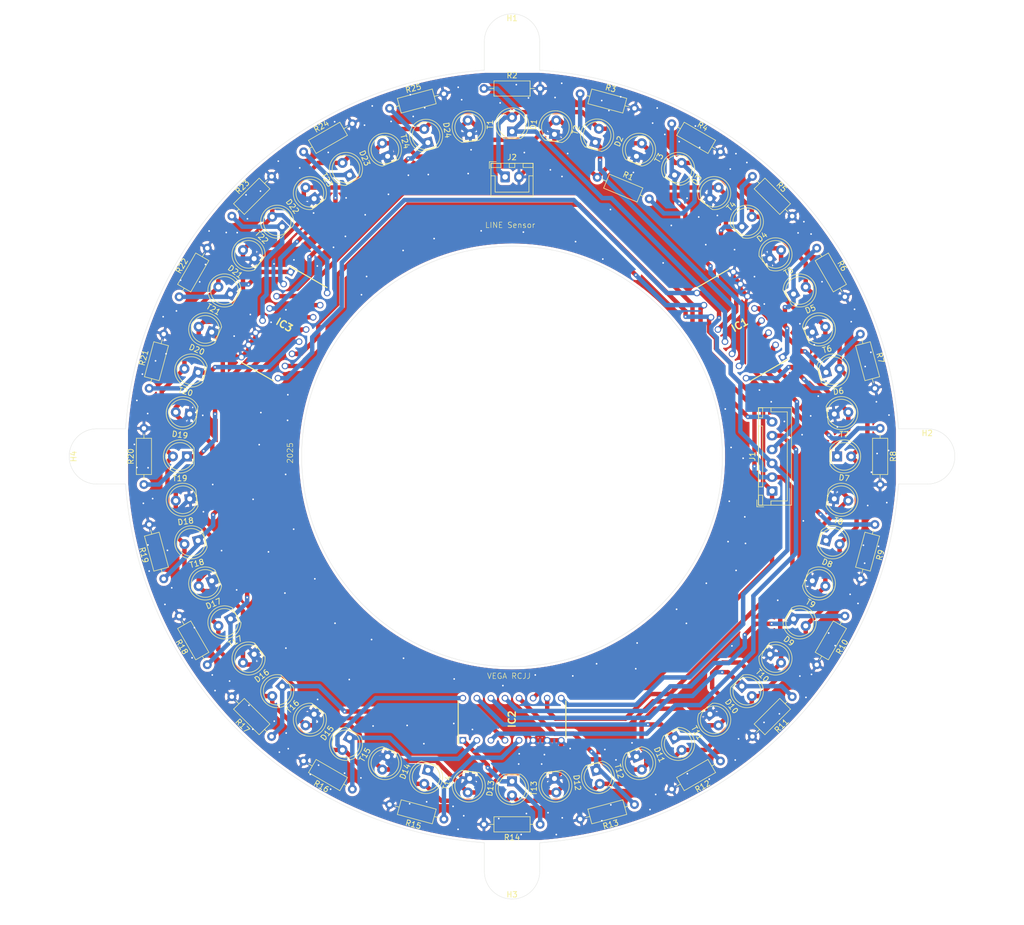
<source format=kicad_pcb>
(kicad_pcb (version 20240108) (generator "pcbnew") (generator_version "8.0")
  (layers (0 "F.Cu" signal) (31 "B.Cu" signal) (34 "B.Paste" user) (35 "F.Paste" user) (36 "B.SilkS" user "B.Silkscreen") (37 "F.SilkS" user "F.Silkscreen") (38 "B.Mask" user) (39 "F.Mask" user) (44 "Edge.Cuts" user))
  (net 0 "")
  (net 1 "GND")
  (net 2 "Net-(D1-A)")
  (net 3 "+5V")
  (net 4 "Net-(IC1-1)")
  (net 5 "Net-(IC1-3)")
  (net 6 "Net-(IC1-0)")
  (net 7 "Net-(IC1-7)")
  (net 8 "Net-(IC1-COM)")
  (net 9 "Net-(IC1-2)")
  (net 10 "Net-(IC1-4)")
  (net 11 "Net-(IC1-A)")
  (net 12 "Net-(IC1-6)")
  (net 13 "Net-(T6-K)")
  (net 14 "Net-(IC1-B)")
  (net 15 "Net-(IC1-C)")
  (net 16 "Net-(IC2-7)")
  (net 17 "Net-(IC2-3)")
  (net 18 "Net-(IC2-6)")
  (net 19 "Net-(IC2-1)")
  (net 20 "Net-(IC2-2)")
  (net 21 "Net-(IC2-4)")
  (net 22 "Net-(T14-K)")
  (net 23 "Net-(IC2-0)")
  (net 24 "Net-(IC2-COM)")
  (net 25 "Net-(IC3-2)")
  (net 26 "Net-(IC3-0)")
  (net 27 "Net-(IC3-3)")
  (net 28 "Net-(IC3-1)")
  (net 29 "Net-(IC3-6)")
  (net 30 "Net-(IC3-4)")
  (net 31 "Net-(IC3-7)")
  (net 32 "Net-(IC3-COM)")
  (net 33 "Net-(T22-K)")
  (footprint "LED_THT:LED_D5.0mm" (layer "F.Cu") (at 91.777401 107.665151 -172.5)
    (property "Reference" "D18")
    (property "Value" "LED")
  )
  (footprint "Resistor_THT:R_Axial_DIN0207_L6.3mm_D2.5mm_P10.16mm_Horizontal" (layer "F.Cu") (at 210.130689 128.850591 -120)
    (property "Reference" "R10")
    (property "Value" "100k")
  )
  (footprint "Resistor_THT:R_Axial_DIN0207_L6.3mm_D2.5mm_P10.16mm_Horizontal" (layer "F.Cu") (at 84.451133 87.695437 75)
    (property "Reference" "R21")
    (property "Value" "100k")
  )
  (footprint "LED_THT:LED_D5.0mm" (layer "F.Cu") (at 208.725 100)
    (property "Reference" "T7")
    (property "Value" "NJL")
  )
  (footprint "LED_THT:LED_D5.0mm" (layer "F.Cu") (at 204.254826 77.526916 22.5)
    (property "Reference" "D5")
    (property "Value" "LED")
  )
  (footprint "LED_THT:LED_D5.0mm" (layer "F.Cu") (at 134.800851 156.723995 -105)
    (property "Reference" "T14")
    (property "Value" "NJL")
  )
  (footprint "LED_THT:LED_D5.0mm" (layer "F.Cu") (at 191.524846 58.475154 45)
    (property "Reference" "T4")
    (property "Value" "NJL")
  )
  (footprint "LED_THT:LED_D5.0mm" (layer "F.Cu") (at 204.254826 122.473085 -22.5)
    (property "Reference" "D8")
    (property "Value" "LED")
  )
  (footprint "Resistor_THT:R_Axial_DIN0207_L6.3mm_D2.5mm_P10.16mm_Horizontal" (layer "F.Cu") (at 106.569502 150.614704 135)
    (property "Reference" "R17")
    (property "Value" "100k")
  )
  (footprint "LED_THT:LED_D5.0mm" (layer "F.Cu") (at 172.473085 154.254826 -67.5)
    (property "Reference" "D11")
    (property "Value" "LED")
  )
  (footprint "LED_THT:LED_D5.0mm" (layer "F.Cu") (at 120.6375 150.857342 -120)
    (property "Reference" "T15")
    (property "Value" "NJL")
  )
  (footprint "Resistor_THT:R_Axial_DIN0207_L6.3mm_D2.5mm_P10.16mm_Horizontal" (layer "F.Cu") (at 212.919267 77.881631 -75)
    (property "Reference" "R7")
    (property "Value" "100k")
  )
  (footprint "Resistor_THT:R_Axial_DIN0207_L6.3mm_D2.5mm_P10.16mm_Horizontal" (layer "F.Cu") (at 137.695437 165.548868 165)
    (property "Reference" "R15")
    (property "Value" "100k")
  )
  (footprint "LED_THT:LED_D5.0mm" (layer "F.Cu") (at 127.526916 45.745175 112.5)
    (property "Reference" "D23")
    (property "Value" "LED")
  )
  (footprint "Resistor_THT:R_Axial_DIN0207_L6.3mm_D2.5mm_P10.16mm_Horizontal" (layer "F.Cu") (at 205.050689 62.350591 -60)
    (property "Reference" "R6")
    (property "Value" "100k")
  )
  (footprint "LED_THT:LED_D5.0mm" (layer "F.Cu") (at 208.2226 107.665151 -7.5)
    (property "Reference" "D7")
    (property "Value" "LED")
  )
  (footprint "LED_THT:LED_D5.0mm" (layer "F.Cu") (at 99.142659 70.6375 150)
    (property "Reference" "T21")
    (property "Value" "NJL")
  )
  (footprint "MountingHole:MountingHole_3.2mm_M3" (layer "F.Cu") (at 225 100)
    (property "Reference" "H2")
    (property "Value" "MountingHole")
  )
  (footprint "Resistor_THT:R_Axial_DIN0207_L6.3mm_D2.5mm_P10.16mm_Horizontal" (layer "F.Cu") (at 193.430499 49.385297 -45)
    (property "Reference" "R5")
    (property "Value" "100k")
  )
  (footprint "LED_THT:LED_D5.0mm" (layer "F.Cu") (at 114.250485 53.410326 127.5)
    (property "Reference" "D22")
    (property "Value" "LED")
  )
  (footprint "Resistor_THT:R_Axial_DIN0207_L6.3mm_D2.5mm_P10.16mm_Horizontal" (layer "F.Cu") (at 172.118369 162.919267 -165)
    (property "Reference" "R13")
    (property "Value" "100k")
  )
  (footprint "LED_THT:LED_D5.0mm" (layer "F.Cu") (at 185.749515 146.589675 -52.5)
    (property "Reference" "D10")
    (property "Value" "LED")
  )
  (footprint "LED_THT:LED_D5.0mm" (layer "F.Cu") (at 95.745175 122.473085 -157.5)
    (property "Reference" "D17")
    (property "Value" "LED")
  )
  (footprint "LED_THT:LED_D5.0mm" (layer "F.Cu") (at 99.142659 129.3625 -150)
    (property "Reference" "T17")
    (property "Value" "NJL")
  )
  (footprint "Resistor_THT:R_Axial_DIN0207_L6.3mm_D2.5mm_P10.16mm_Horizontal" (layer "F.Cu") (at 216.5 94.92 -90)
    (property "Reference" "R8")
    (property "Value" "100k")
  )
  (footprint "LED_THT:LED_D5.0mm" (layer "F.Cu") (at 165.041222 43.222397 75)
    (property "Reference" "T2")
    (property "Value" "NJL")
  )
  (footprint "LED_THT:LED_D5.0mm" (layer "F.Cu") (at 142.334849 158.2226 -97.5)
    (property "Reference" "D13")
    (property "Value" "LED")
  )
  (footprint "Resistor_THT:R_Axial_DIN0207_L6.3mm_D2.5mm_P10.16mm_Horizontal" (layer "F.Cu") (at 112.350591 44.949311 30)
    (property "Reference" "R24")
    (property "Value" "100k")
  )
  (footprint "LED_THT:LED_D5.0mm" (layer "F.Cu") (at 157.665151 41.777401 82.5)
    (property "Reference" "D1")
    (property "Value" "LED")
  )
  (footprint "LED_THT:LED_D5.0mm" (layer "F.Cu") (at 108.475154 58.475154 135)
    (property "Reference" "T22")
    (property "Value" "NJL")
  )
  (footprint "Resistor_THT:R_Axial_DIN0207_L6.3mm_D2.5mm_P10.16mm_Horizontal" (layer "F.Cu") (at 187.649409 155.050689 -150)
    (property "Reference" "R12")
    (property "Value" "100k")
  )
  (footprint "MountingHole:MountingHole_3.2mm_M3" (layer "F.Cu") (at 150 25)
    (property "Reference" "H1")
    (property "Value" "MountingHole")
  )
  (footprint "LED_THT:LED_D5.0mm" (layer "F.Cu") (at 93.276006 84.800851 165)
    (property "Reference" "T20")
    (property "Value" "NJL")
  )
  (footprint "LED_THT:LED_D5.0mm" (layer "F.Cu") (at 191.524846 141.524846 -45)
    (property "Reference" "T10")
    (property "Value" "NJL")
  )
  (footprint "MountingHole:MountingHole_3.2mm_M3" (layer "F.Cu") (at 75 100 90)
    (property "Reference" "H4")
    (property "Value" "MountingHole")
  )
  (footprint "Resistor_THT:R_Axial_DIN0207_L6.3mm_D2.5mm_P10.16mm_Horizontal" (layer "F.Cu") (at 127.881631 37.080734 15)
    (property "Reference" "R25")
    (property "Value" "100k")
  )
  (footprint "LED_THT:LED_D5.0mm" (layer "F.Cu") (at 172.473085 45.745175 67.5)
    (property "Reference" "D2")
    (property "Value" "LED")
  )
  (footprint "Resistor_THT:R_Axial_DIN0207_L6.3mm_D2.5mm_P10.16mm_Horizontal" (layer "F.Cu") (at 165.397572 49.552293 -22.5)
    (property "Reference" "R1")
    (property "Value" "10")
  )
  (footprint "LED_THT:LED_D5.0mm" (layer "F.Cu") (at 127.526916 154.254826 -112.5)
    (property "Reference" "D14")
    (property "Value" "LED")
  )
  (footprint "LED_THT:LED_D5.0mm" (layer "F.Cu") (at 179.3625 150.857342 -60)
    (property "Reference" "T11")
    (property "Value" "NJL")
  )
  (footprint "Connector_JST:JST_XH_B6B-XH-A_1x06_P2.50mm_Vertical" (layer "F.Cu") (at 196.975 106.25 90)
    (property "Reference" "J1")
    (property "Value" "Conn_01x06_Socket")
  )
  (footprint "Resistor_THT:R_Axial_DIN0207_L6.3mm_D2.5mm_P10.16mm_Horizontal" (layer "F.Cu") (at 121.149409 160.130689 150)
    (property "Reference" "R16")
    (property "Value" "100k")
  )
  (footprint "Resistor_THT:R_Axial_DIN0207_L6.3mm_D2.5mm_P10.16mm_Horizontal" (layer "F.Cu") (at 178.850591 39.869311 -30)
    (property "Reference" "R4")
    (property "Value" "100k")
  )
  (footprint "Resistor_THT:R_Axial_DIN0207_L6.3mm_D2.5mm_P10.16mm_Horizontal" (layer "F.Cu") (at 89.869311 71.149409 60)
    (property "Reference" "R22")
    (property "Value" "100k")
  )
  (footprint "LED_THT:LED_D5.0mm" (layer "F.Cu") (at 196.589674 135.749516 -37.5)
    (property "Reference" "D9")
    (property "Value" "LED")
  )
  (footprint "LED_THT:LED_D5.0mm" (layer "F.Cu") (at 157.665152 158.2226 -82.5)
    (property "Reference" "D12")
    (property "Value" "LED")
  )
  (footprint "LED_THT:LED_D5.0mm" (layer "F.Cu") (at 208.2226 92.334849 7.5)
    (property "Reference" "D6")
    (property "Value" "LED")
  )
  (footprint "LED_THT:LED_D5.0mm" (layer "F.Cu") (at 185.749515 53.410326 52.5)
    (property "Reference" "D3")
    (property "Value" "LED")
  )
  (footprint "LED_THT:LED_D5.0mm" (layer "F.Cu") (at 150 158.725 -90)
    (property "Reference" "T13")
    (property "Value" "NJL")
  )
  (footprint "Resistor_THT:R_Axial_DIN0207_L6.3mm_D2.5mm_P10.16mm_Horizontal" (layer "F.Cu") (at 155.08 166.5 180)
    (property "Reference" "R14")
    (property "Value" "100k")
  )
  (footprint "Resistor_THT:R_Axial_DIN0207_L6.3mm_D2.5mm_P10.16mm_Horizontal" (layer "F.Cu") (at 215.548868 112.304563 -105)
    (property "Reference" "R9")
    (property "Value" "100k")
  )
  (footprint "LED_THT:LED_D5.0mm" (layer "F.Cu") (at 91.7774 92.334849 172.5)
    (property "Reference" "D19")
    (property "Value" "LED")
  )
  (footprint "LED_THT:LED_D5.0mm" (layer "F.Cu") (at 206.723995 115.199149 -15)
    (property "Reference" "T8")
    (property "Value" "NJL")
  )
  (footprint "LED_THT:LED_D5.0mm" (layer "F.Cu") (at 206.723995 84.800851 15)
    (property "Reference" "T6")
    (property "Value" "NJL")
  )
  (footprint "Resistor_THT:R_Axial_DIN0207_L6.3mm_D2.5mm_P10.16mm_Horizontal" (layer "F.Cu") (at 87.080734 122.118369 105)
    (property "Reference" "R19")
    (property "Value" "100k")
  )
  (footprint "LED_THT:LED_D5.0mm" (layer "F.Cu") (at 103.410326 64.250485 142.5)
    (property "Reference" "D21")
    (property "Value" "LED")
  )
  (footprint "LED_THT:LED_D5.0mm" (layer "F.Cu") (at 150 41.275 90)
    (property "Reference" "T1")
    (property "Value" "NJL")
  )
  (footprint "LED_THT:LED_D5.0mm" (layer "F.Cu") (at 196.589675 64.250485 37.5)
    (property "Reference" "D4")
    (property "Value" "LED")
  )
  (footprint "MountingHole:MountingHole_3.2mm_M3" (layer "F.Cu") (at 150 175 180)
    (property "Reference" "H3")
    (property "Value" "MountingHole")
  )
  (footprint "LED_THT:LED_D5.0mm" (layer "F.Cu") (at 95.745175 77.526916 157.5)
    (property "Reference" "D20")
    (property "Value" "LED")
  )
  (footprint "LINESENSOR:TC4051BP_THT" (layer "F.Cu") (at 150 147.5 90)
    (property "Reference" "IC2")
    (property "Value" "TC4051BP_THT" (hide yes))
  )
  (footprint "LINESENSOR:TC4051BP_THT" (layer "F.Cu") (at 108.863793 76.25 -30)
    (property "Reference" "IC3")
    (property "Value" "TC4051BP_THT" (hide yes))
  )
  (footprint "LED_THT:LED_D5.0mm" (layer "F.Cu") (at 91.275 100 180)
    (property "Reference" "T19")
    (property "Value" "NJL")
  )
  (footprint "LED_THT:LED_D5.0mm" (layer "F.Cu") (at 114.250485 146.589675 -127.5)
    (property "Reference" "D15")
    (property "Value" "LED")
  )
  (footprint "LED_THT:LED_D5.0mm" (layer "F.Cu") (at 200.857342 70.6375 30)
    (property "Reference" "T5")
    (property "Value" "NJL")
  )
  (footprint "LED_THT:LED_D5.0mm" (layer "F.Cu") (at 165.199149 156.723995 -75)
    (property "Reference" "T12")
    (property "Value" "NJL")
  )
  (footprint "Resistor_THT:R_Axial_DIN0207_L6.3mm_D2.5mm_P10.16mm_Horizontal" (layer "F.Cu") (at 200.614704 143.430499 -135)
    (property "Reference" "R11")
    (property "Value" "100k")
  )
  (footprint "LED_THT:LED_D5.0mm" (layer "F.Cu") (at 120.6375 49.142659 120)
    (property "Reference" "T23")
    (property "Value" "NJL")
  )
  (footprint "LED_THT:LED_D5.0mm" (layer "F.Cu") (at 142.334849 41.777401 97.5)
    (property "Reference" "D24")
    (property "Value" "LED")
  )
  (footprint "Resistor_THT:R_Axial_DIN0207_L6.3mm_D2.5mm_P10.16mm_Horizontal" (layer "F.Cu") (at 99.385297 56.569502 45)
    (property "Reference" "R23")
    (property "Value" "100k")
  )
  (footprint "Resistor_THT:R_Axial_DIN0207_L6.3mm_D2.5mm_P10.16mm_Horizontal" (layer "F.Cu") (at 162.304563 34.451133 -15)
    (property "Reference" "R3")
    (property "Value" "100k")
  )
  (footprint "Resistor_THT:R_Axial_DIN0207_L6.3mm_D2.5mm_P10.16mm_Horizontal" (layer "F.Cu") (at 144.920001 33.5)
    (property "Reference" "R2")
    (property "Value" "100k")
  )
  (footprint "LED_THT:LED_D5.0mm" (layer "F.Cu") (at 200.857342 129.3625 -30)
    (property "Reference" "T9")
    (property "Value" "NJL")
  )
  (footprint "Connector_JST:JST_XH_B2B-XH-A_1x02_P2.50mm_Vertical" (layer "F.Cu") (at 148.75 49.475)
    (property "Reference" "J2")
    (property "Value" "Conn_01x02_Pin")
  )
  (footprint "LINESENSOR:TC4051BP_THT" (layer "F.Cu") (at 191.136207 76.25 -150)
    (property "Reference" "IC1")
    (property "Value" "TC4051BP_THT" (hide yes))
  )
  (footprint "LED_THT:LED_D5.0mm" (layer "F.Cu") (at 179.3625 49.142659 60)
    (property "Reference" "T3")
    (property "Value" "NJL")
  )
  (footprint "LED_THT:LED_D5.0mm" (layer "F.Cu") (at 134.800851 43.276006 105)
    (property "Reference" "T24")
    (property "Value" "NJL")
  )
  (footprint "LED_THT:LED_D5.0mm" (layer "F.Cu") (at 108.475154 141.524846 -135)
    (property "Reference" "T16")
    (property "Value" "NJL")
  )
  (footprint "Resistor_THT:R_Axial_DIN0207_L6.3mm_D2.5mm_P10.16mm_Horizontal" (layer "F.Cu") (at 94.949311 137.649409 120)
    (property "Reference" "R18")
    (property "Value" "100k")
  )
  (footprint "LED_THT:LED_D5.0mm" (layer "F.Cu") (at 93.276006 115.199149 -165)
    (property "Reference" "T18")
    (property "Value" "NJL")
  )
  (footprint "Resistor_THT:R_Axial_DIN0207_L6.3mm_D2.5mm_P10.16mm_Horizontal" (layer "F.Cu") (at 83.5 105.08 90)
    (property "Reference" "R20")
    (property "Value" "100k")
  )
  (footprint "LED_THT:LED_D5.0mm" (layer "F.Cu") (at 103.410326 135.749515 -142.5)
    (property "Reference" "D16")
    (property "Value" "LED")
  )
  (gr_circle (center 150 100) (end 188 100.05) (stroke (width 0.05)) (fill none) (layer "Edge.Cuts"))
  (gr_arc (start 225 95) (mid 230 100) (end 225 105) (stroke (width 0.05)) (layer "Edge.Cuts"))
  (gr_arc (start 155.000356 30.175026) (mid 199.500281 50.499972) (end 219.825 95) (stroke (width 0.05)) (layer "Edge.Cuts"))
  (gr_line (start 219.82 105) (end 225 105) (stroke (width 0.05)) (layer "Edge.Cuts"))
  (gr_arc (start 155 175) (mid 150 180) (end 145 175) (stroke (width 0.05)) (layer "Edge.Cuts"))
  (gr_arc (start 80.179975 95.000356) (mid 100.503246 50.503498) (end 145 30.180001) (stroke (width 0.05)) (layer "Edge.Cuts"))
  (gr_line (start 145 169.825) (end 145 175) (stroke (width 0.05)) (layer "Edge.Cuts"))
  (gr_line (start 155 169.825) (end 155 175) (stroke (width 0.05)) (layer "Edge.Cuts"))
  (gr_line (start 219.825 95) (end 225 95) (stroke (width 0.05)) (layer "Edge.Cuts"))
  (gr_line (start 80.175 105) (end 75 105) (stroke (width 0.05)) (layer "Edge.Cuts"))
  (gr_arc (start 219.824974 105.000356) (mid 199.500028 149.500281) (end 155 169.825) (stroke (width 0.05)) (layer "Edge.Cuts"))
  (gr_line (start 145 30.18) (end 145 25) (stroke (width 0.05)) (layer "Edge.Cuts"))
  (gr_arc (start 145 25) (mid 150 20) (end 155 25) (stroke (width 0.05)) (layer "Edge.Cuts"))
  (gr_arc (start 145 169.825) (mid 100.499845 149.500155) (end 80.175 105) (stroke (width 0.05)) (layer "Edge.Cuts"))
  (gr_line (start 80.175 95) (end 75 95) (stroke (width 0.05)) (layer "Edge.Cuts"))
  (gr_line (start 155 30.18) (end 155 25) (stroke (width 0.05)) (layer "Edge.Cuts"))
  (gr_arc (start 75 105) (mid 70 100) (end 75 95) (stroke (width 0.05)) (layer "Edge.Cuts"))
  (gr_text "2025" (at 110.5 101.35 90) (layer "F.SilkS") (effects (font (size 1 1) (thickness 0.1)) (justify left bottom)))
  (gr_text "LINE Sensor" (at 145.075 58.775 0) (layer "F.SilkS") (effects (font (size 1 1) (thickness 0.1)) (justify left bottom)))
  (gr_text "VEGA RCJJ" (at 145.425 140.275 0) (layer "F.SilkS") (effects (font (size 1 1) (thickness 0.1)) (justify left bottom)))
  (segment (start 191.260764 68.845739) (end 191.260764 69.775443) (width 0.8) (layer "F.Cu") (net 1))
  (segment (start 189.990764 67.575739) (end 191.260764 68.845739) (width 0.8) (layer "F.Cu") (net 1))
  (segment (start 152.6 164.55) (end 156.35 164.55) (width 0.8) (layer "F.Cu") (net 1))
  (segment (start 132.15 38.55) (end 129.05 38.55) (width 0.8) (layer "F.Cu") (net 1))
  (segment (start 101.119236 82.043966) (end 100.262225 82.043966) (width 0.8) (layer "F.Cu") (net 1))
  (segment (start 103.659236 77.644557) (end 103.659236 78.574261) (width 0.8) (layer "F.Cu") (net 1))
  (segment (start 134.575 162.425) (end 135.39087 163.24087) (width 0.8) (layer "F.Cu") (net 1))
  (segment (start 100.262225 82.043966) (end 95.745175 77.526916) (width 0.8) (layer "F.Cu") (net 1))
  (segment (start 122.7 158.107589) (end 120.607589 158.107589) (width 0.8) (layer "F.Cu") (net 1))
  (segment (start 157.665151 43.059849) (end 151.25 49.475) (width 0.8) (layer "F.Cu") (net 1))
  (segment (start 129.05 38.55) (end 128.15 39.45) (width 0.8) (layer "F.Cu") (net 1))
  (segment (start 178.9 41.8) (end 180.2 43.1) (width 0.8) (layer "F.Cu") (net 1))
  (segment (start 103.659236 78.574261) (end 102.389236 79.844261) (width 0.8) (layer "F.Cu") (net 1))
  (segment (start 158.89 156.997752) (end 157.665152 158.2226) (width 0.8) (layer "F.Cu") (net 1))
  (segment (start 100.35 58.9) (end 102.2 57.05) (width 0.8) (layer "F.Cu") (net 1))
  (segment (start 153.81 151.31) (end 158.89 151.31) (width 0.8) (layer "F.Cu") (net 1))
  (segment (start 107.05 147.85) (end 109.2 150) (width 0.8) (layer "F.Cu") (net 1))
  (segment (start 156.35 164.55) (end 156.5 164.4) (width 0.8) (layer "F.Cu") (net 1))
  (segment (start 135.39087 163.24087) (end 139.34087 163.24087) (width 0.8) (layer "F.Cu") (net 1))
  (segment (start 189.990764 66.646034) (end 189.990764 67.575739) (width 0.8) (layer "F.Cu") (net 1))
  (segment (start 177.6 41.8) (end 178.9 41.8) (width 0.8) (layer "F.Cu") (net 1))
  (segment (start 102.389236 80.773966) (end 101.119236 82.043966) (width 0.8) (layer "F.Cu") (net 1))
  (segment (start 100.35 59.55) (end 100.35 58.9) (width 0.8) (layer "F.Cu") (net 1))
  (segment (start 158.89 151.31) (end 158.89 156.997752) (width 0.8) (layer "F.Cu") (net 1))
  (segment (start 139.34087 163.24087) (end 139.35 163.25) (width 0.8) (layer "F.Cu") (net 1))
  (segment (start 120.607589 158.107589) (end 119.749409 157.249409) (width 0.8) (layer "F.Cu") (net 1))
  (segment (start 102.389236 79.844261) (end 102.389236 80.773966) (width 0.8) (layer "F.Cu") (net 1))
  (segment (start 191.260764 69.775443) (end 192.530764 71.045443) (width 0.8) (layer "F.Cu") (net 1))
  (segment (start 157.665151 41.777401) (end 157.665151 43.059849) (width 0.8) (layer "F.Cu") (net 1))
  (via (at 110.6 64.475) (size 0.6) (drill 0.3) (layers "F.Cu" "B.Cu") (net 1))
  (via (at 196.825 90.125) (size 0.6) (drill 0.3) (layers "F.Cu" "B.Cu") (net 1))
  (via (at 131.05 148.625) (size 0.6) (drill 0.3) (layers "F.Cu" "B.Cu") (net 1))
  (via (at 100.25 124.125) (size 0.6) (drill 0.3) (layers "F.Cu" "B.Cu") (net 1))
  (via (at 166.775 152.975) (size 0.6) (drill 0.3) (layers "F.Cu" "B.Cu") (net 1))
  (via (at 127.675 52.625) (size 0.6) (drill 0.3) (layers "F.Cu" "B.Cu") (net 1))
  (via (at 215.825 90.125) (size 0.6) (drill 0.3) (layers "F.Cu" "B.Cu") (net 1))
  (via (at 199.2 93.675) (size 0.6) (drill 0.3) (layers "F.Cu" "B.Cu") (net 1))
  (via (at 140.25 167.4) (size 0.6) (drill 0.3) (layers "F.Cu" "B.Cu") (net 1))
  (via (at 109.45 93.475) (size 0.6) (drill 0.3) (layers "F.Cu" "B.Cu") (net 1))
  (via (at 103.225 107.75) (size 0.6) (drill 0.3) (layers "F.Cu" "B.Cu") (net 1))
  (via (at 94.125 92.575) (size 0.6) (drill 0.3) (layers "F.Cu" "B.Cu") (net 1))
  (via (at 140.275 33.275) (size 0.6) (drill 0.3) (layers "F.Cu" "B.Cu") (net 1))
  (via (at 114.375 122.125) (size 0.6) (drill 0.3) (layers "F.Cu" "B.Cu") (net 1))
  (via (at 152.6 164.55) (size 0.6) (drill 0.3) (layers "F.Cu" "B.Cu") (net 1))
  (via (at 124.75 36.65) (size 0.6) (drill 0.3) (layers "F.Cu" "B.Cu") (net 1))
  (via (at 142.075 48.875) (size 0.6) (drill 0.3) (layers "F.Cu" "B.Cu") (net 1))
  (via (at 139.475 148.275) (size 0.6) (drill 0.3) (layers "F.Cu" "B.Cu") (net 1))
  (via (at 168.775 154.85) (size 0.6) (drill 0.3) (layers "F.Cu" "B.Cu") (net 1))
  (via (at 181.675 157.35) (size 0.6) (drill 0.3) (layers "F.Cu" "B.Cu") (net 1))
  (via (at 203.1 143.55) (size 0.6) (drill 0.3) (layers "F.Cu" "B.Cu") (net 1))
  (via (at 114.15 56) (size 0.6) (drill 0.3) (layers "F.Cu" "B.Cu") (net 1))
  (via (at 106 117.25) (size 0.6) (drill 0.3) (layers "F.Cu" "B.Cu") (net 1))
  (via (at 172.35 138.375) (size 0.6) (drill 0.3) (layers "F.Cu" "B.Cu") (net 1))
  (via (at 107 65.2) (size 0.6) (drill 0.3) (layers "F.Cu" "B.Cu") (net 1))
  (via (at 204.025 59.8) (size 0.6) (drill 0.3) (layers "F.Cu" "B.Cu") (net 1))
  (via (at 211.275 75.65) (size 0.6) (drill 0.3) (layers "F.Cu" "B.Cu") (net 1))
  (via (at 167.5 37.475) (size 0.6) (drill 0.3) (layers "F.Cu" "B.Cu") (net 1))
  (via (at 158.975 32.55) (size 0.6) (drill 0.3) (layers "F.Cu" "B.Cu") (net 1))
  (via (at 159.075 165.325) (size 0.6) (drill 0.3) (layers "F.Cu" "B.Cu") (net 1))
  (via (at 84.225 116) (size 0.6) (drill 0.3) (layers "F.Cu" "B.Cu") (net 1))
  (via (at 90.125 68.15) (size 0.6) (drill 0.3) (layers "F.Cu" "B.Cu") (net 1))
  (via (at 179.725 127.625) (size 0.6) (drill 0.3) (layers "F.Cu" "B.Cu") (net 1))
  (via (at 113.55 157.475) (size 0.6) (drill 0.3) (layers "F.Cu" "B.Cu") (net 1))
  (via (at 211.875 73.4) (size 0.6) (drill 0.3) (layers "F.Cu" "B.Cu") (net 1))
  (via (at 189.425 48.05) (size 0.6) (drill 0.3) (layers "F.Cu" "B.Cu") (net 1))
  (via (at 214.825 81.175) (size 0.6) (drill 0.3) (layers "F.Cu" "B.Cu") (net 1))
  (via (at 110.55 113.15) (size 0.6) (drill 0.3) (layers "F.Cu" "B.Cu") (net 1))
  (via (at 107.05 147.85) (size 0.6) (drill 0.3) (layers "F.Cu" "B.Cu") (net 1))
  (via (at 83.225 85.125) (size 0.6) (drill 0.3) (layers "F.Cu" "B.Cu") (net 1))
  (via (at 82.225 89.875) (size 0.6) (drill 0.3) (layers "F.Cu" "B.Cu") (net 1))
  (via (at 151.3 153.75) (size 0.6) (drill 0.3) (layers "F.Cu" "B.Cu") (net 1))
  (via (at 151.2 155.6) (size 0.6) (drill 0.3) (layers "F.Cu" "B.Cu") (net 1))
  (via (at 156.925 48.2) (size 0.6) (drill 0.3) (layers "F.Cu" "B.Cu") (net 1))
  (via (at 198.3 146.525) (size 0.6) (drill 0.3) (layers "F.Cu" "B.Cu") (net 1))
  (via (at 130.325 62.775) (size 0.6) (drill 0.3) (layers "F.Cu" "B.Cu") (net 1))
  (via (at 198 126) (size 0.6) (drill 0.3) (layers "F.Cu" "B.Cu") (net 1))
  (via (at 152.05 59.45) (size 0.6) (drill 0.3) (layers "F.Cu" "B.Cu") (net 1))
  (via (at 102.2 57.05) (size 0.6) (drill 0.3) (layers "F.Cu" "B.Cu") (net 1))
  (via (at 155.35 155.6) (size 0.6) (drill 0.3) (layers "F.Cu" "B.Cu") (net 1))
  (via (at 119.9 60.225) (size 0.6) (drill 0.3) (layers "F.Cu" "B.Cu") (net 1))
  (via (at 87.75 116.975) (size 0.6) (drill 0.3) (layers "F.Cu" "B.Cu") (net 1))
  (via (at 88.525 123.75) (size 0.6) (drill 0.3) (layers "F.Cu" "B.Cu") (net 1))
  (via (at 166.225 165.85) (size 0.6) (drill 0.3) (layers "F.Cu" "B.Cu") (net 1))
  (via (at 156.5 164.4) (size 0.6) (drill 0.3) (layers "F.Cu" "B.Cu") (net 1))
  (via (at 131.5 162.775) (size 0.6) (drill 0.3) (layers "F.Cu" "B.Cu") (net 1))
  (via (at 205.325 89.1) (size 0.6) (drill 0.3) (layers "F.Cu" "B.Cu") (net 1))
  (via (at 160.5 152.8) (size 0.6) (drill 0.3) (layers "F.Cu" "B.Cu") (net 1))
  (via (at 185.625 158.325) (size 0.6) (drill 0.3) (layers "F.Cu" "B.Cu") (net 1))
  (via (at 212.5 126.575) (size 0.6) (drill 0.3) (layers "F.Cu" "B.Cu") (net 1))
  (via (at 148.35 141.425) (size 0.6) (drill 0.3) (layers "F.Cu" "B.Cu") (net 1))
  (via (at 189.725 134.25) (size 0.6) (drill 0.3) (layers "F.Cu" "B.Cu") (net 1))
  (via (at 190.45 45.275) (size 0.6) (drill 0.3) (layers "F.Cu" "B.Cu") (net 1))
  (via (at 165.275 137.475) (size 0.6) (drill 0.3) (layers "F.Cu" "B.Cu") (net 1))
  (via (at 189.025 115.4) (size 0.6) (drill 0.3) (layers "F.Cu" "B.Cu") (net 1))
  (via (at 159.025 49.4) (size 0.6) (drill 0.3) (layers "F.Cu" "B.Cu") (net 1))
  (via (at 134.225 36.975) (size 0.6) (drill 0.3) (layers "F.Cu" "B.Cu") (net 1))
  (via (at 213.7 119.3) (size 0.6) (drill 0.3) (layers "F.Cu" "B.Cu") (net 1))
  (via (at 135.925 60.625) (size 0.6) (drill 0.3) (layers "F.Cu" "B.Cu") (net 1))
  (via (at 134.075 151.925) (size 0.6) (drill 0.3) (layers "F.Cu" "B.Cu") (net 1))
  (via (at 120.025 53.275) (size 0.6) (drill 0.3) (layers "F.Cu" "B.Cu") (net 1))
  (via (at 204.1 139.4) (size 0.6) (drill 0.3) (layers "F.Cu" "B.Cu") (net 1))
  (via (at 208.375 134.2) (size 0.6) (drill 0.3) (layers "F.Cu" "B.Cu") (net 1))
  (via (at 84.175 92.25) (size 0.6) (drill 0.3) (layers "F.Cu" "B.Cu") (net 1))
  (via (at 213.475 116.05) (size 0.6) (drill 0.3) (layers "F.Cu" "B.Cu") (net 1))
  (via (at 189.575 98.375) (size 0.6) (drill 0.3) (layers "F.Cu" "B.Cu") (net 1))
  (via (at 92.2 136.4) (size 0.6) (drill 0.3) (layers "F.Cu" "B.Cu") (net 1))
  (via (at 109.2 150) (size 0.6) (drill 0.3) (layers "F.Cu" "B.Cu") (net 1))
  (via (at 108.975 124.7) (size 0.6) (drill 0.3) (layers "F.Cu" "B.Cu") (net 1))
  (via (at 100.35 59.55) (size 0.6) (drill 0.3) (layers "F.Cu" "B.Cu") (net 1))
  (via (at 191.75 100.325) (size 0.6) (drill 0.3) (layers "F.Cu" "B.Cu") (net 1))
  (via (at 123.475 56.325) (size 0.6) (drill 0.3) (layers "F.Cu" "B.Cu") (net 1))
  (via (at 190.325 154.875) (size 0.6) (drill 0.3) (layers "F.Cu" "B.Cu") (net 1))
  (via (at 107.775 46.625) (size 0.6) (drill 0.3) (layers "F.Cu" "B.Cu") (net 1))
  (via (at 204.6 79.825) (size 0.6) (drill 0.3) (layers "F.Cu" "B.Cu") (net 1))
  (via (at 218.1 92.525) (size 0.6) (drill 0.3) (layers "F.Cu" "B.Cu") (net 1))
  (via (at 147.85 36.1) (size 0.6) (drill 0.3) (layers "F.Cu" "B.Cu") (net 1))
  (via (at 95.85 139.5) (size 0.6) (drill 0.3) (layers "F.Cu" "B.Cu") (net 1))
  (via (at 109.1 103.25) (size 0.6) (drill 0.3) (layers "F.Cu" "B.Cu") (net 1))
  (via (at 190.2 62.625) (size 0.6) (drill 0.3) (layers "F.Cu" "B.Cu") (net 1))
  (via (at 211.075 124.925) (size 0.6) (drill 0.3) (layers "F.Cu" "B.Cu") (net 1))
  (via (at 86.975 74.75) (size 0.6) (drill 0.3) (layers "F.Cu" "B.Cu") (net 1))
  (via (at 151.65 168.35) (size 0.6) (drill 0.3) (layers "F.Cu" "B.Cu") (net 1))
  (via (at 167.85 162.975) (size 0.6) (drill 0.3) (layers "F.Cu" "B.Cu") (net 1))
  (via (at 92.625 130.95) (size 0.6) (drill 0.3) (layers "F.Cu" "B.Cu") (net 1))
  (via (at 181.5 130.175) (size 0.6) (drill 0.3) (layers "F.Cu" "B.Cu") (net 1))
  (via (at 134.575 162.425) (size 0.6) (drill 0.3) (layers "F.Cu" "B.Cu") (net 1))
  (via (at 131.625 34.625) (size 0.6) (drill 0.3) (layers "F.Cu" "B.Cu") (net 1))
  (via (at 217.7 108.35) (size 0.6) (drill 0.3) (layers "F.Cu" "B.Cu") (net 1))
  (via (at 195.575 72.45) (size 0.6) (drill 0.3) (layers "F.Cu" "B.Cu") (net 1))
  (via (at 193.8 67.5) (size 0.6) (drill 0.3) (layers "F.Cu" "B.Cu") (net 1))
  (via (at 139.55 140.225) (size 0.6) (drill 0.3) (layers "F.Cu" "B.Cu") (net 1))
  (via (at 85.075 107.625) (size 0.6) (drill 0.3) (layers "F.Cu" "B.Cu") (net 1))
  (via (at 97.525 117.025) (size 0.6) (drill 0.3) (layers "F.Cu" "B.Cu") (net 1))
  (via (at 124.9 148.725) (size 0.6) (drill 0.3) (layers "F.Cu" "B.Cu") (net 1))
  (via (at 118.025 130.15) (size 0.6) (drill 0.3) (layers "F.Cu" "B.Cu") (net 1))
  (via (at 192.175 115.725) (size 0.6) (drill 0.3) (layers "F.Cu" "B.Cu") (net 1))
  (via (at 85.6 82.725) (size 0.6) (drill 0.3) (layers "F.Cu" "B.Cu") (net 1))
  (via (at 109.5 88.85) (size 0.6) (drill 0.3) (layers "F.Cu" "B.Cu") (net 1))
  (via (at 122.7 158.107589) (size 0.6) (drill 0.3) (layers "F.Cu" "B.Cu") (net 1))
  (via (at 123.725 67.475) (size 0.6) (drill 0.3) (layers "F.Cu" "B.Cu") (net 1))
  (via (at 131.275 49.175) (size 0.6) (drill 0.3) (layers "F.Cu" "B.Cu") (net 1))
  (via (at 134.875 49.05) (size 0.6) (drill 0.3) (layers "F.Cu" "B.Cu") (net 1))
  (via (at 158 168.35) (size 0.6) (drill 0.3) (layers "F.Cu" "B.Cu") (net 1))
  (via (at 81.775 97.825) (size 0.6) (drill 0.3) (layers "F.Cu" "B.Cu") (net 1))
  (via (at 190.475 120.6) (size 0.6) (drill 0.3) (layers "F.Cu" "B.Cu") (net 1))
  (via (at 176.225 37.025) (size 0.6) (drill 0.3) (layers "F.Cu" "B.Cu") (net 1))
  (via (at 87.5 81.45) (size 0.6) (drill 0.3) (layers "F.Cu" "B.Cu") (net 1))
  (via (at 206 68.425) (size 0.6) (drill 0.3) (layers "F.Cu" "B.Cu") (net 1))
  (via (at 171.675 151.775) (size 0.6) (drill 0.3) (layers "F.Cu" "B.Cu") (net 1))
  (via (at 96.35 142.325) (size 0.6) (drill 0.3) (layers "F.Cu" "B.Cu") (net 1))
  (via (at 192.05 110.925) (size 0.6) (drill 0.3) (layers "F.Cu" "B.Cu") (net 1))
  (via (at 98.975 140.6) (size 0.6) (drill 0.3) (layers "F.Cu" "B.Cu") (net 1))
  (via (at 94.625 65.3) (size 0.6) (drill 0.3) (layers "F.Cu" "B.Cu") (net 1))
  (via (at 202.4 96.075) (size 0.6) (drill 0.3) (layers "F.Cu" "B.Cu") (net 1))
  (via (at 95.275 59.25) (size 0.6) (drill 0.3) (layers "F.Cu" "B.Cu") (net 1))
  (via (at 180.2 43.1) (size 0.6) (drill 0.3) (layers "F.Cu" "B.Cu") (net 1))
  (via (at 107.975 153.45) (size 0.6) (drill 0.3) (layers "F.Cu" "B.Cu") (net 1))
  (via (at 177.6 41.8) (size 0.6) (drill 0.3) (layers "F.Cu" "B.Cu") (net 1))
  (via (at 114.875 143.925) (size 0.6) (drill 0.3) (layers "F.Cu" "B.Cu") (net 1))
  (via (at 140.9 35.525) (size 0.6) (drill 0.3) (layers "F.Cu" "B.Cu") (net 1))
  (via (at 175.4 39.75) (size 0.6) (drill 0.3) (layers "F.Cu" "B.Cu") (net 1))
  (via (at 116.8 45.05) (size 0.6) (drill 0.3) (layers "F.Cu" "B.Cu") (net 1))
  (via (at 104.625 92.075) (size 0.6) (drill 0.3) (layers "F.Cu" "B.Cu") (net 1))
  (via (at 84.45 120.725) (size 0.6) (drill 0.3) (layers "F.Cu" "B.Cu") (net 1))
  (via (at 106.475 75.75) (size 0.6) (drill 0.3) (layers "F.Cu" "B.Cu") (net 1))
  (via (at 157.775 35.125) (size 0.6) (drill 0.3) (layers "F.Cu" "B.Cu") (net 1))
  (via (at 152.225 45.075) (size 0.6) (drill 0.3) (layers "F.Cu" "B.Cu") (net 1))
  (via (at 183.9 44.15) (size 0.6) (drill 0.3) (layers "F.Cu" "B.Cu") (net 1))
  (via (at 169.625 35) (size 0.6) (drill 0.3) (layers "F.Cu" "B.Cu") (net 1))
  (via (at 195.525 148.075) (size 0.6) (drill 0.3) (layers "F.Cu" "B.Cu") (net 1))
  (via (at 102.725 74.35) (size 0.6) (drill 0.3) (layers "F.Cu" "B.Cu") (net 1))
  (via (at 203.95 92.675) (size 0.6) (drill 0.3) (layers "F.Cu" "B.Cu") (net 1))
  (via (at 109.575 152.825) (size 0.6) (drill 0.3) (layers "F.Cu" "B.Cu") (net 1))
  (via (at 117.225 160.15) (size 0.6) (drill 0.3) (layers "F.Cu" "B.Cu") (net 1))
  (via (at 109.15 134.65) (size 0.6) (drill 0.3) (layers "F.Cu" "B.Cu") (net 1))
  (via (at 185.1 122.925) (size 0.6) (drill 0.3) (layers "F.Cu" "B.Cu") (net 1))
  (via (at 160.05 45.25) (size 0.6) (drill 0.3) (layers "F.Cu" "B.Cu") (net 1))
  (via (at 155.85 153.9) (size 0.6) (drill 0.3) (layers "F.Cu" "B.Cu") (net 1))
  (via (at 124.625 133.1) (size 0.6) (drill 0.3) (layers "F.Cu" "B.Cu") (net 1))
  (via (at 202.725 57.575) (size 0.6) (drill 0.3) (layers "F.Cu" "B.Cu") (net 1))
  (via (at 174.925 163.825) (size 0.6) (drill 0.3) (layers "F.Cu" "B.Cu") (net 1))
  (via (at 192.425 46.875) (size 0.6) (drill 0.3) (layers "F.Cu" "B.Cu") (net 1))
  (via (at 141.275 164.95) (size 0.6) (drill 0.3) (layers "F.Cu" "B.Cu") (net 1))
  (via (at 152.975 35.2) (size 0.6) (drill 0.3) (layers "F.Cu" "B.Cu") (net 1))
  (via (at 132.15 38.55) (size 0.6) (drill 0.3) (layers "F.Cu" "B.Cu") (net 1))
  (via (at 213.8 83.75) (size 0.6) (drill 0.3) (layers "F.Cu" "B.Cu") (net 1))
  (via (at 95.925 105.075) (size 0.6) (drill 0.3) (layers "F.Cu" "B.Cu") (net 1))
  (via (at 101.95 52.725) (size 0.6) (drill 0.3) (layers "F.Cu" "B.Cu") (net 1))
  (via (at 93.575 68.45) (size 0.6) (drill 0.3) (layers "F.Cu" "B.Cu") (net 1))
  (via (at 109.15 73.5) (size 0.6) (drill 0.3) (layers "F.Cu" "B.Cu") (net 1))
  (via (at 117.95 39.5) (size 0.6) (drill 0.3) (layers "F.Cu" "B.Cu") (net 1))
  (via (at 160.975 139.675) (size 0.6) (drill 0.3) (layers "F.Cu" "B.Cu") (net 1))
  (via (at 183.125 40.275) (size 0.6) (drill 0.3) (layers "F.Cu" "B.Cu") (net 1))
  (via (at 166.2 35.675) (size 0.6) (drill 0.3) (layers "F.Cu" "B.Cu") (net 1))
  (via (at 130.4 136.475) (size 0.6) (drill 0.3) (layers "F.Cu" "B.Cu") (net 1))
  (via (at 181.625 53.325) (size 0.6) (drill 0.3) (layers "F.Cu" "B.Cu") (net 1))
  (via (at 128.15 39.45) (size 0.6) (drill 0.3) (layers "F.Cu" "B.Cu") (net 1))
  (via (at 183.725 56.725) (size 0.6) (drill 0.3) (layers "F.Cu" "B.Cu") (net 1))
  (via (at 99.8 78.25) (size 0.6) (drill 0.3) (layers "F.Cu" "B.Cu") (net 1))
  (via (at 117.75 62.2) (size 0.6) (drill 0.3) (layers "F.Cu" "B.Cu") (net 1))
  (via (at 84.25 102.05) (size 0.6) (drill 0.3) (layers "F.Cu" "B.Cu") (net 1))
  (via (at 119.749409 157.249409) (size 0.6) (drill 0.3) (layers "F.Cu" "B.Cu") (net 1))
  (via (at 172.6 133.725) (size 0.6) (drill 0.3) (layers "F.Cu" "B.Cu") (net 1))
  (via (at 214.25 108.875) (size 0.6) (drill 0.3) (layers "F.Cu" "B.Cu") (net 1))
  (via (at 175.95 161.1) (size 0.6) (drill 0.3) (layers "F.Cu" "B.Cu") (net 1))
  (via (at 189.25 108.1) (size 0.6) (drill 0.3) (layers "F.Cu" "B.Cu") (net 1))
  (via (at 150.775 32.8) (size 0.6) (drill 0.3) (layers "F.Cu" "B.Cu") (net 1))
  (via (at 120.6 140.325) (size 0.6) (drill 0.3) (layers "F.Cu" "B.Cu") (net 1))
  (via (at 161.475 61.175) (size 0.6) (drill 0.3) (layers "F.Cu" "B.Cu") (net 1))
  (via (at 178.775 58.25) (size 0.6) (drill 0.3) (layers "F.Cu" "B.Cu") (net 1))
  (via (at 215.95 99.475) (size 0.6) (drill 0.3) (layers "F.Cu" "B.Cu") (net 1))
  (via (at 89.375 73.7) (size 0.6) (drill 0.3) (layers "F.Cu" "B.Cu") (net 1))
  (via (at 188.525 91.425) (size 0.6) (drill 0.3) (layers "F.Cu" "B.Cu") (net 1))
  (via (at 214.925 102.85) (size 0.6) (drill 0.3) (layers "F.Cu" "B.Cu") (net 1))
  (via (at 115.05 155.8) (size 0.6) (drill 0.3) (layers "F.Cu" "B.Cu") (net 1))
  (via (at 104.55 52.05) (size 0.6) (drill 0.3) (layers "F.Cu" "B.Cu") (net 1))
  (via (at 171.925 48.675) (size 0.6) (drill 0.3) (layers "F.Cu" "B.Cu") (net 1))
  (via (at 187.1 56.45) (size 0.6) (drill 0.3) (layers "F.Cu" "B.Cu") (net 1))
  (via (at 142.85 149.35) (size 0.6) (drill 0.3) (layers "F.Cu" "B.Cu") (net 1))
  (via (at 98.375 59.525) (size 0.6) (drill 0.3) (layers "F.Cu" "B.Cu") (net 1))
  (via (at 122.8 70.775) (size 0.6) (drill 0.3) (layers "F.Cu" "B.Cu") (net 1))
  (via (at 202 139.7) (size 0.6) (drill 0.3) (layers "F.Cu" "B.Cu") (net 1))
  (via (at 114.825 65.575) (size 0.6) (drill 0.3) (layers "F.Cu" "B.Cu") (net 1))
  (via (at 82.225 102) (size 0.6) (drill 0.3) (layers "F.Cu" "B.Cu") (net 1))
  (via (at 103.175 149.3) (size 0.6) (drill 0.3) (layers "F.Cu" "B.Cu") (net 1))
  (via (at 111.65 47.85) (size 0.6) (drill 0.3) (layers "F.Cu" "B.Cu") (net 1))
  (via (at 104.325 97.875) (size 0.6) (drill 0.3) (layers "F.Cu" "B.Cu") (net 1))
  (via (at 218.025 98.925) (size 0.6) (drill 0.3) (layers "F.Cu" "B.Cu") (net 1))
  (via (at 102.475 144.975) (size 0.6) (drill 0.3) (layers "F.Cu" "B.Cu") (net 1))
  (via (at 139.35 163.25) (size 0.6) (drill 0.3) (layers "F.Cu" "B.Cu") (net 1))
  (via (at 208.775 94.675) (size 0.6) (drill 0.3) (layers "F.Cu" "B.Cu") (net 1))
  (via (at 167.775 55.375) (size 0.6) (drill 0.3) (layers "F.Cu" "B.Cu") (net 1))
  (via (at 144.425 59.225) (size 0.6) (drill 0.3) (layers "F.Cu" "B.Cu") (net 1))
  (via (at 202 76.025) (size 0.6) (drill 0.3) (layers "F.Cu" "B.Cu") (net 1))
  (via (at 216.2 116.25) (size 0.6) (drill 0.3) (layers "F.Cu" "B.Cu") (net 1))
  (via (at 94.25 110) (size 0.6) (drill 0.3) (layers "F.Cu" "B.Cu") (net 1))
  (via (at 83.4 108.475) (size 0.6) (drill 0.3) (layers "F.Cu" "B.Cu") (net 1))
  (via (at 177.3 65.025) (size 0.6) (drill 0.3) (layers "F.Cu" "B.Cu") (net 1))
  (via (at 87.3 126.75) (size 0.6) (drill 0.3) (layers "F.Cu" "B.Cu") (net 1))
  (via (at 207.2 131.925) (size 0.6) (drill 0.3) (layers "F.Cu" "B.Cu") (net 1))
  (via (at 166.4 64.325) (size 0.6) (drill 0.3) (layers "F.Cu" "B.Cu") (net 1))
  (via (at 123.35 40.125) (size 0.6) (drill 0.3) (layers "F.Cu" "B.Cu") (net 1))
  (via (at 190.925 151.05) (size 0.6) (drill 0.3) (layers "F.Cu" "B.Cu") (net 1))
  (via (at 194.7 88) (size 0.6) (drill 0.3) (layers "F.Cu" "B.Cu") (net 1))
  (via (at 202.625 111.65) (size 0.6) (drill 0.3) (layers "F.Cu" "B.Cu") (net 1))
  (via (at 185 61.725) (size 0.6) (drill 0.3) (layers "F.Cu" "B.Cu") (net 1))
  (via (at 201.675 59.6) (size 0.6) (drill 0.3) (layers "F.Cu" "B.Cu") (net 1))
  (via (at 142.6 44.575) (size 0.6) (drill 0.3) (layers "F.Cu" "B.Cu") (net 1))
  (via (at 147.6 165.45) (size 0.6) (drill 0.3) (layers "F.Cu" "B.Cu") (net 1))
  (via (at 154.2 139.5) (size 0.6) (drill 0.3) (layers "F.Cu" "B.Cu") (net 1))
  (segment (start 162.304563 165.548868) (end 162.304563 162.862011) (width 0.8) (layer "B.Cu") (net 1))
  (segment (start 84.451133 112.304563) (end 87.137989 112.304563) (width 0.8) (layer "B.Cu") (net 1))
  (segment (start 192.530764 71.045443) (end 195.405997 71.045443) (width 0.8) (layer "B.Cu") (net 1))
  (segment (start 171.31837 37.880734) (end 171.31837 44.59046) (width 0.8) (layer "B.Cu") (net 1))
  (segment (start 215.548869 87.695437) (end 212.862012 87.695437) (width 0.8) (layer "B.Cu") (net 1))
  (segment (start 143.520001 32.920101) (end 144.340102 32.1) (width 0.8) (layer "B.Cu") (net 1))
  (segment (start 198.575 122.975) (end 195.55 126) (width 0.8) (layer "B.Cu") (net 1))
  (segment (start 117.15 149.48919) (end 117.15 154.65) (width 0.8) (layer "B.Cu") (net 1))
  (segment (start 185.749515 53.410326) (end 185.749515 59.999515) (width 0.8) (layer "B.Cu") (net 1))
  (segment (start 112.598027 146.589675) (end 111.204231 147.983471) (width 0.8) (layer "B.Cu") (net 1))
  (segment (start 205.409541 121.31837) (end 204.254826 122.473085) (width 0.8) (layer "B.Cu") (net 1))
  (segment (start 96.849205 64.250485) (end 103.410326 64.250485) (width 0.8) (layer "B.Cu") (net 1))
  (segment (start 91.7774 92.334849) (end 95.2 88.912249) (width 0.8) (layer "B.Cu") (net 1))
  (segment (start 206.634849 92.334849) (end 208.2226 92.334849) (width 0.8) (layer "B.Cu") (net 1))
  (segment (start 203.752911 122.975) (end 198.575 122.975) (width 0.8) (layer "B.Cu") (net 1))
  (segment (start 196.589674 135.749516) (end 195.178854 135.749516) (width 0.8) (layer "B.Cu") (net 1))
  (segment (start 195.55 126) (end 195.55 134.709842) (width 0.8) (layer "B.Cu") (net 1))
  (segment (start 195.405997 71.045443) (end 196.589675 69.861765) (width 0.8) (layer "B.Cu") (net 1))
  (segment (start 87.080734 77.881631) (end 87.880733 78.68163) (width 0.8) (layer "B.Cu") (net 1))
  (segment (start 104.5 145.3) (end 104.5 136.839189) (width 0.8) (layer "B.Cu") (net 1))
  (segment (start 196.589675 71.939675) (end 202.176916 77.526916) (width 0.8) (layer "B.Cu") (net 1))
  (segment (start 203.423084 77.526916) (end 201.2 79.75) (width 0.8) (layer "B.Cu") (net 1))
  (segment (start 208.999319 71.149409) (end 204.254826 75.893902) (width 0.8) (layer "B.Cu") (net 1))
  (segment (start 157.665152 157.534848) (end 157.665152 158.2226) (width 0.8) (layer "B.Cu") (net 1))
  (segment (start 185.749515 146.589675) (end 180.860325 146.589675) (width 0.8) (layer "B.Cu") (net 1))
  (segment (start 195.178854 135.749516) (end 185.749515 145.178855) (width 0.8) (layer "B.Cu") (net 1))
  (segment (start 121.149409 41.000681) (end 125.893903 45.745175) (width 0.8) (layer "B.Cu") (net 1))
  (segment (start 156.5 163.810786) (end 156.5 164.4) (width 0.8) (layer "B.Cu") (net 1))
  (segment (start 91.000681 128.850591) (end 95.745175 124.106097) (width 0.8) (layer "B.Cu") (net 1))
  (segment (start 144.340102 32.1) (end 147.98775 32.1) (width 0.8) (layer "B.Cu") (net 1))
  (segment (start 210.130689 71.149409) (end 208.999319 71.149409) (width 0.8) (layer "B.Cu") (net 1))
  (segment (start 163.4 151.8) (end 157.665152 157.534848) (width 0.8) (layer "B.Cu") (net 1))
  (segment (start 103.410326 139.40547) (end 103.410326 135.749515) (width 0.8) (layer "B.Cu") (net 1))
  (segment (start 101.523085 122.473085) (end 95.745175 122.473085) (width 0.8) (layer "B.Cu") (net 1))
  (segment (start 102.2 57.05) (end 104.35 54.9) (width 0.8) (layer "B.Cu") (net 1))
  (segment (start 205.55 95.007449) (end 205.55 104.992551) (width 0.8) (layer "B.Cu") (net 1))
  (segment (start 137.695437 34.451133) (end 137.695437 37.137989) (width 0.8) (layer "B.Cu") (net 1))
  (segment (start 139.35 161.207449) (end 142.334849 158.2226) (width 0.8) (layer "B.Cu") (net 1))
  (segment (start 196.589675 64.250485) (end 196.589675 69.861765) (width 0.8) (layer "B.Cu") (net 1))
  (segment (start 152.6 164.55) (end 151.150101 164.55) (width 0.8) (layer "B.Cu") (net 1))
  (segment (start 216.5 105.08) (end 210.807751 105.08) (width 0.8) (layer "B.Cu") (net 1))
  (segment (start 193.430499 150.614704) (end 189.40547 146.589675) (width 0.8) (layer "B.Cu") (net 1))
  (segment (start 204.254826 75.893902) (end 204.254826 77.526916) (width 0.8) (layer "B.Cu") (net 1))
  (segment (start 94.949311 62.350591) (end 96.849205 64.250485) (width 0.8) (layer "B.Cu") (net 1))
  (segment (start 208.2226 92.334849) (end 205.55 95.007449) (width 0.8) (layer "B.Cu") (net 1))
  (segment (start 114.250485 153.150795) (end 114.250485 146.589675) (width 0.8) (layer "B.Cu") (net 1))
  (segment (start 173.195174 154.254826) (end 172.473085 154.254826) (width 0.8) (layer "B.Cu") (net 1))
  (segment (start 92.775 106.667552) (end 92.775 93.332449) (width 0.8) (layer "B.Cu") (net 1))
  (segment (start 170.018259 151.8) (end 163.4 151.8) (width 0.8) (layer "B.Cu") (net 1))
  (segment (start 106.569502 49.385297) (end 110.594531 53.410326) (width 0.8) (layer "B.Cu") (net 1))
  (segment (start 177.6 41.8) (end 177 42.4) (width 0.8) (layer "B.Cu") (net 1))
  (segment (start 104.5 136.839189) (end 103.410326 135.749515) (width 0.8) (layer "B.Cu") (net 1))
  (segment (start 172.118369 37.080735) (end 171.31837 37.880734) (width 0.8) (layer "B.Cu") (net 1))
  (segment (start 105.7 133.459841) (end 105.7 126.65) (width 0.8) (layer "B.Cu") (net 1))
  (segment (start 185.749515 145.178855) (end 185.749515 146.589675) (width 0.8) (layer "B.Cu") (net 1))
  (segment (start 177 42.4) (end 177 45.745175) (width 0.8) (layer "B.Cu") (net 1))
  (segment (start 203.150796 135.749516) (end 196.589674 135.749516) (width 0.8) (layer "B.Cu") (net 1))
  (segment (start 210.807751 105.08) (end 208.2226 107.665151) (width 0.8) (layer "B.Cu") (net 1))
  (segment (start 205.55 104.992551) (end 208.2226 107.665151) (width 0.8) (layer "B.Cu") (net 1))
  (segment (start 155.080001 39.192251) (end 155.080001 33.5) (width 0.8) (layer "B.Cu") (net 1))
  (segment (start 127.526916 47.423084) (end 127.526916 45.745175) (width 0.8) (layer "B.Cu") (net 1))
  (segment (start 89.869311 128.850591) (end 91.000681 128.850591) (width 0.8) (layer "B.Cu") (net 1))
  (segment (start 178.850591 160.130689) (end 178.850591 158.999319) (width 0.8) (layer "B.Cu") (net 1))
  (segment (start 196.589675 60.594531) (end 196.589675 64.250485) (width 0.8) (layer "B.Cu") (net 1))
  (segment (start 117.15 154.65) (end 119.749409 157.249409) (width 0.8) (layer "B.Cu") (net 1))
  (segment (start 105.7 126.65) (end 101.523085 122.473085) (width 0.8) (layer "B.Cu") (net 1))
  (segment (start 111.204231 147.983471) (end 111.204231 147.995769) (width 0.8) (layer "B.Cu") (net 1))
  (segment (start 205.984849 107.665151) (end 203.7 109.95) (width 0.8) (layer "B.Cu") (net 1))
  (segment (start 151.150101 164.55) (end 144.822701 158.2226) (width 0.8) (layer "B.Cu") (net 1))
  (segment (start 178.850591 158.999319) (end 174.106098 154.254826) (width 0.8) (layer "B.Cu") (net 1))
  (segment (start 180.2 43.1) (end 185.749515 48.649515) (width 0.8) (layer "B.Cu") (net 1))
  (segment (start 100.385896 59.55) (end 103.410326 62.57443) (width 0.8) (layer "B.Cu") (net 1))
  (segment (start 91.777401 107.665151) (end 92.775 106.667552) (width 0.8) (layer "B.Cu") (net 1))
  (segment (start 187.649409 44.949311) (end 185.749515 46.849205) (width 0.8) (layer "B.Cu") (net 1))
  (segment (start 172.473085 154.254826) (end 170.018259 151.8) (width 0.8) (layer "B.Cu") (net 1))
  (segment (start 144.92 166.5) (end 144.92 160.807751) (width 0.8) (layer "B.Cu") (net 1))
  (segment (start 126.552763 154.254826) (end 122.7 158.107589) (width 0.8) (layer "B.Cu") (net 1))
  (segment (start 95.2 78.072091) (end 95.745175 77.526916) (width 0.8) (layer "B.Cu") (net 1))
  (segment (start 103.410326 62.57443) (end 103.410326 64.250485) (width 0.8) (layer "B.Cu") (net 1))
  (segment (start 185.749515 48.649515) (end 185.749515 53.410326) (width 0.8) (layer "B.Cu") (net 1))
  (segment (start 195.55 134.709842) (end 196.589674 135.749516) (width 0.8) (layer "B.Cu") (net 1))
  (segment (start 144.822701 158.2226) (end 142.334849 158.2226) (width 0.8) (layer "B.Cu") (net 1))
  (segment (start 98.675 119.54326) (end 98.675 110.65) (width 0.8) (layer "B.Cu") (net 1))
  (segment (start 128.68163 162.119268) (end 128.68163 155.40954) (width 0.8) (layer "B.Cu") (net 1))
  (segment (start 189.40547 146.589675) (end 185.749515 146.589675) (width 0.8) (layer "B.Cu") (net 1))
  (segment (start 112.760811 54.9) (end 114.250485 53.410326) (width 0.8) (layer "B.Cu") (net 1))
  (segment (start 83.5 94.92) (end 89.192249 94.92) (width 0.8) (layer "B.Cu") (net 1))
  (segment (start 200.614704 56.569502) (end 196.589675 60.594531) (width 0.8) (layer "B.Cu") (net 1))
  (segment (start 212.862012 87.695437) (end 208.2226 92.334849) (width 0.8) (layer "B.Cu") (net 1))
  (segment (start 157.665151 41.777401) (end 161.28775 45.4) (width 0.8) (layer "B.Cu") (net 1))
  (segment (start 204.254826 122.473085) (end 203.752911 122.975) (width 0.8) (layer "B.Cu") (net 1))
  (segment (start 95.690151 107.665151) (end 91.777401 107.665151) (width 0.8) (layer "B.Cu") (net 1))
  (segment (start 128.0549 154.78281) (end 127.526916 154.254826) (width 0.8) (layer "B.Cu") (net 1))
  (segment (start 89.192249 94.92) (end 91.7774 92.334849) (width 0.8) (layer "B.Cu") (net 1))
  (segment (start 116.440159 55.6) (end 119.35 55.6) (width 0.8) (layer "B.Cu") (net 1))
  (segment (start 104.35 54.9) (end 112.760811 54.9) (width 0.8) (layer "B.Cu") (net 1))
  (segment (start 95.745175 124.106097) (end 95.745175 122.473085) (width 0.8) (layer "B.Cu") (net 1))
  (segment (start 142.334849 41.777401) (end 145.711518 38.400732) (width 0.8) (layer "B.Cu") (net 1))
  (segment (start 201.2 79.75) (end 201.2 86.9) (width 0.8) (layer "B.Cu") (net 1))
  (segment (start 162.304563 162.862011) (end 157.665152 158.2226) (width 0.8) (layer "B.Cu") (net 1))
  (segment (start 172.12791 45.4) (end 172.473085 45.745175) (width 0.8) (layer "B.Cu") (net 1))
  (segment (start 203.7 121.918259) (end 204.254826 122.473085) (width 0.8) (layer "B.Cu") (net 1))
  (segment (start 138 41.3) (end 135.25 38.55) (width 0.8) (layer "B.Cu") (net 1))
  (segment (start 96.973084 77.526916) (end 104.25 70.25) (width 0.8) (layer "B.Cu") (net 1))
  (segment (start 127.881631 162.919267) (end 128.68163 162.119268) (width 0.8) (layer "B.Cu") (net 1))
  (segment (start 125.893903 45.745175) (end 127.526916 45.745175) (width 0.8) (layer "B.Cu") (net 1))
  (segment (start 112.350591 155.050689) (end 114.250485 153.150795) (width 0.8) (layer "B.Cu") (net 1))
  (segment (start 138.477401 41.777401) (end 138 41.3) (width 0.8) (layer "B.Cu") (net 1))
  (segment (start 128.68163 155.40954) (end 127.526916 154.254826) (width 0.8) (layer "B.Cu") (net 1))
  (segment (start 145.711518 38.400732) (end 143.520001 36.209215) (width 0.8) (layer "B.Cu") (net 1))
  (segment (start 135.25 38.55) (end 132.15 38.55) (width 0.8) (layer "B.Cu") (net 1))
  (segment (start 174.106098 154.254826) (end 172.473085 154.254826) (width 0.8) (layer "B.Cu") (net 1))
  (segment (start 157.665151 41.777401) (end 155.080001 39.192251) (width 0.8) (layer "B.Cu") (net 1))
  (segment (start 203.7 109.95) (end 203.7 121.918259) (width 0.8) (layer "B.Cu") (net 1))
  (segment (start 107.05 147.85) (end 104.5 145.3) (width 0.8) (layer "B.Cu") (net 1))
  (segment (start 147.98775 32.1) (end 157.665151 41.777401) (width 0.8) (layer "B.Cu") (net 1))
  (segment (start 185.749515 59.999515) (end 190.000485 64.250485) (width 0.8) (layer "B.Cu") (net 1))
  (segment (start 104.25 65.090159) (end 103.410326 64.250485) (width 0.8) (layer "B.Cu") (net 1))
  (segment (start 110.594531 53.410326) (end 114.250485 53.410326) (width 0.8) (layer "B.Cu") (net 1))
  (segment (start 137.695437 37.137989) (end 142.334849 41.777401) (width 0.8) (layer "B.Cu") (net 1))
  (segment (start 95.2 88.912249) (end 95.2 78.072091) (width 0.8) (layer "B.Cu") (net 1))
  (segment (start 127.526916 154.254826) (end 126.552763 154.254826) (width 0.8) (layer "B.Cu") (net 1))
  (segment (start 190.000485 64.250485) (end 196.589675 64.250485) (width 0.8) (layer "B.Cu") (net 1))
  (segment (start 103.410326 135.749515) (end 105.7 133.459841) (width 0.8) (layer "B.Cu") (net 1))
  (segment (start 95.745175 122.473085) (end 98.675 119.54326) (width 0.8) (layer "B.Cu") (net 1))
  (segment (start 128.15 45.122091) (end 128.15 39.45) (width 0.8) (layer "B.Cu") (net 1))
  (segment (start 144.92 160.807751) (end 142.334849 158.2226) (width 0.8) (layer "B.Cu") (net 1))
  (segment (start 87.880733 78.68163) (end 94.590461 78.68163) (width 0.8) (layer "B.Cu") (net 1))
  (segment (start 111.204231 147.995769) (end 109.2 150) (width 0.8) (layer "B.Cu") (net 1))
  (segment (start 95.745175 77.526916) (end 96.973084 77.526916) (width 0.8) (layer "B.Cu") (net 1))
  (segment (start 114.250485 146.589675) (end 112.598027 146.589675) (width 0.8) (layer "B.Cu") (net 1))
  (segment (start 161.28775 45.4) (end 172.12791 45.4) (width 0.8) (layer "B.Cu") (net 1))
  (segment (start 185.749515 46.849205) (end 185.749515 53.410326) (width 0.8) (layer "B.Cu") (net 1))
  (segment (start 127.526916 155.376916) (end 127.526916 154.254826) (width 0.8) (layer "B.Cu") (net 1))
  (segment (start 87.137989 112.304563) (end 91.777401 107.665151) (width 0.8) (layer "B.Cu") (net 1))
  (segment (start 139.35 163.25) (end 139.35 161.207449) (width 0.8) (layer "B.Cu") (net 1))
  (segment (start 92.775 93.332449) (end 91.7774 92.334849) (width 0.8) (layer "B.Cu") (net 1))
  (segment (start 100.35 59.55) (end 100.385896 59.55) (width 0.8) (layer "B.Cu") (net 1))
  (segment (start 205.050689 137.649409) (end 203.150796 135.749516) (width 0.8) (layer "B.Cu") (net 1))
  (segment (start 134.575 162.425) (end 127.526916 155.376916) (width 0.8) (layer "B.Cu") (net 1))
  (segment (start 99.385297 143.430499) (end 103.410326 139.40547) (width 0.8) (layer "B.Cu") (net 1))
  (segment (start 212.919267 122.118369) (end 212.119268 121.31837) (width 0.8) (layer "B.Cu") (net 1))
  (segment (start 208.2226 107.665151) (end 205.984849 107.665151) (width 0.8) (layer "B.Cu") (net 1))
  (segment (start 104.25 70.25) (end 104.25 65.090159) (width 0.8) (layer "B.Cu") (net 1))
  (segment (start 204.254826 77.526916) (end 203.423084 77.526916) (width 0.8) (layer "B.Cu") (net 1))
  (segment (start 98.675 110.65) (end 95.690151 107.665151) (width 0.8) (layer "B.Cu") (net 1))
  (segment (start 157.665152 158.2226) (end 154.288483 161.599269) (width 0.8) (layer "B.Cu") (net 1))
  (segment (start 180.860325 146.589675) (end 173.195174 154.254826) (width 0.8) (layer "B.Cu") (net 1))
  (segment (start 143.520001 36.209215) (end 143.520001 32.920101) (width 0.8) (layer "B.Cu") (net 1))
  (segment (start 171.31837 44.59046) (end 172.473085 45.745175) (width 0.8) (layer "B.Cu") (net 1))
  (segment (start 196.589675 69.861765) (end 196.589675 71.939675) (width 0.8) (layer "B.Cu") (net 1))
  (segment (start 94.590461 78.68163) (end 95.745175 77.526916) (width 0.8) (layer "B.Cu") (net 1))
  (segment (start 202.176916 77.526916) (end 204.254826 77.526916) (width 0.8) (layer "B.Cu") (net 1))
  (segment (start 127.526916 45.745175) (end 128.15 45.122091) (width 0.8) (layer "B.Cu") (net 1))
  (segment (start 154.288483 161.599269) (end 156.5 163.810786) (width 0.8) (layer "B.Cu") (net 1))
  (segment (start 142.334849 41.777401) (end 138.477401 41.777401) (width 0.8) (layer "B.Cu") (net 1))
  (segment (start 177 45.745175) (end 172.473085 45.745175) (width 0.8) (layer "B.Cu") (net 1))
  (segment (start 121.149409 39.869311) (end 121.149409 41.000681) (width 0.8) (layer "B.Cu") (net 1))
  (segment (start 201.2 86.9) (end 206.634849 92.334849) (width 0.8) (layer "B.Cu") (net 1))
  (segment (start 114.250485 53.410326) (end 116.440159 55.6) (width 0.8) (layer "B.Cu") (net 1))
  (segment (start 212.119268 121.31837) (end 205.409541 121.31837) (width 0.8) (layer "B.Cu") (net 1))
  (segment (start 114.250485 146.589675) (end 117.15 149.48919) (width 0.8) (layer "B.Cu") (net 1))
  (segment (start 119.35 55.6) (end 127.526916 47.423084) (width 0.8) (layer "B.Cu") (net 1))
  (segment (start 156.723896 160.74087) (end 153.208026 157.225) (width 0.8) (layer "F.Cu") (net 2))
  (segment (start 93.398521 78.148521) (end 93.398521 76.5549) (width 0.8) (layer "F.Cu") (net 2))
  (segment (start 95.85 102.25) (end 95.85 97.85) (width 0.8) (layer "F.Cu") (net 2))
  (segment (start 91.409421 94.6) (end 89.25913 92.449709) (width 0.8) (layer "F.Cu") (net 2))
  (segment (start 90.8 89.6) (end 93.75 89.6) (width 0.8) (layer "F.Cu") (net 2))
  (segment (start 192.6 138.65) (end 191.2 137.25) (width 0.8) (layer "F.Cu") (net 2))
  (segment (start 165.352293 49.552293) (end 165.397572 49.552293) (width 0.8) (layer "F.Cu") (net 2))
  (segment (start 162.3 46.5) (end 165.352293 49.552293) (width 0.8) (layer "F.Cu") (net 2))
  (segment (start 89.25913 92.003313) (end 89.25913 91.14087) (width 0.8) (layer "F.Cu") (net 2))
  (segment (start 94 104.1) (end 95.85 102.25) (width 0.8) (layer "F.Cu") (net 2))
  (segment (start 132.85 45.8) (end 135.462443 45.8) (width 0.8) (layer "F.Cu") (net 2))
  (segment (start 110.347946 146.248507) (end 110.347946 141.276316) (width 0.8) (layer "F.Cu") (net 2))
  (segment (start 94.298521 75.6549) (end 96.532633 75.6549) (width 0.8) (layer "F.Cu") (net 2))
  (segment (start 93.398521 122.308227) (end 95.875 119.831748) (width 0.8) (layer "F.Cu") (net 2))
  (segment (start 204.15 85.412442) (end 210.74087 92.003312) (width 0.8) (layer "F.Cu") (net 2))
  (segment (start 95.85 97.85) (end 92.6 94.6) (width 0.8) (layer "F.Cu") (net 2))
  (segment (start 175.35 45.30342) (end 175.35 48.35) (width 0.8) (layer "F.Cu") (net 2))
  (segment (start 110.347946 141.276316) (end 106.683048 137.611418) (width 0.8) (layer "F.Cu") (net 2))
  (segment (start 162.3 42.9) (end 162.3 46.5) (width 0.8) (layer "F.Cu") (net 2))
  (segment (start 91.425 112.65) (end 89.259131 110.484131) (width 0.8) (layer "F.Cu") (net 2))
  (segment (start 112.704231 51.395209) (end 120.792324 51.395209) (width 0.8) (layer "F.Cu") (net 2))
  (segment (start 210.578312 107.996688) (end 204.325 114.25) (width 0.8) (layer "F.Cu") (net 2))
  (segment (start 204.096581 125.95) (end 200.875 125.95) (width 0.8) (layer "F.Cu") (net 2))
  (segment (start 95.875 119.831748) (end 95.875 114.7) (width 0.8) (layer "F.Cu") (net 2))
  (segment (start 196.175014 62.388582) (end 198.289143 62.388582) (width 0.8) (layer "F.Cu") (net 2))
  (segment (start 180.55 145.6) (end 175.8 145.6) (width 0.8) (layer "F.Cu") (net 2))
  (segment (start 89.25913 91.14087) (end 90.8 89.6) (width 0.8) (layer "F.Cu") (net 2))
  (segment (start 198.604792 70.83658) (end 202.368212 74.6) (width 0.8) (layer "F.Cu") (net 2))
  (segment (start 210.74087 92.003312) (end 210.74087 95.05913) (width 0.8) (layer "F.Cu") (net 2))
  (segment (start 200.875 125.95) (end 198.45 128.375) (width 0.8) (layer "F.Cu") (net 2))
  (segment (start 112.388582 56.861418) (end 112.388582 51.710858) (width 0.8) (layer "F.Cu") (net 2))
  (segment (start 89.259131 105.690869) (end 90.85 104.1) (width 0.8) (layer "F.Cu") (net 2))
  (segment (start 157.996688 160.74087) (end 156.723896 160.74087) (width 0.8) (layer "F.Cu") (net 2))
  (segment (start 210.74087 107.996688) (end 210.578312 107.996688) (width 0.8) (layer "F.Cu") (net 2))
  (segment (start 163.987558 154.75) (end 157.996688 160.74087) (width 0.8) (layer "F.Cu") (net 2))
  (segment (start 171.551344 43.398521) (end 173.445101 43.398521) (width 0.8) (layer "F.Cu") (net 2))
  (segment (start 153.208026 157.225) (end 148.475 157.225) (width 0.8) (layer "F.Cu") (net 2))
  (segment (start 145.965578 42.775) (end 154.034422 42.775) (width 0.8) (layer "F.Cu") (net 2))
  (segment (start 89.259131 110.484131) (end 89.259131 107.996688) (width 0.8) (layer "F.Cu") (net 2))
  (segment (start 191.8 61.65) (end 195.436432 61.65) (width 0.8) (layer "F.Cu") (net 2))
  (segment (start 198.289143 62.388582) (end 198.604792 62.704231) (width 0.8) (layer "F.Cu") (net 2))
  (segment (start 204.325 118.2) (end 206.60148 120.47648) (width 0.8) (layer "F.Cu") (net 2))
  (segment (start 198.604792 62.704231) (end 198.604792 70.83658) (width 0.8) (layer "F.Cu") (net 2))
  (segment (start 187.295769 148.604792) (end 183.554792 148.604792) (width 0.8) (layer "F.Cu") (net 2))
  (segment (start 122.466923 152.513503) (end 122.466923 150.279391) (width 0.8) (layer "F.Cu") (net 2))
  (segment (start 112.704231 148.604792) (end 110.347946 146.248507) (width 0.8) (layer "F.Cu") (net 2))
  (segment (start 206.60148 120.47648) (end 206.60148 123.445101) (width 0.8) (layer "F.Cu") (net 2))
  (segment (start 97.75 82.5) (end 93.398521 78.148521) (width 0.8) (layer "F.Cu") (net 2))
  (segment (start 136.284167 155.021725) (end 129.271529 155.021725) (width 0.8) (layer "F.Cu") (net 2))
  (segment (start 96.532633 75.6549) (end 101.395209 70.792324) (width 0.8) (layer "F.Cu") (net 2))
  (segment (start 173.445101 43.398521) (end 175.35 45.30342) (width 0.8) (layer "F.Cu") (net 2))
  (segment (start 206.60148 123.445101) (end 204.096581 125.95) (width 0.8) (layer "F.Cu") (net 2))
  (segment (start 173.445101 156.60148) (end 167.66383 156.60148) (width 0.8) (layer "F.Cu") (net 2))
  (segment (start 106.683048 137.611418) (end 101.710858 137.611418) (width 0.8) (layer "F.Cu") (net 2))
  (segment (start 206.60148 76.5549) (end 206.60148 80.14852) (width 0.8) (layer "F.Cu") (net 2))
  (segment (start 186.15 141.8) (end 188.8 144.45) (width 0.8) (layer "F.Cu") (net 2))
  (segment (start 165.397572 49.552293) (end 171.551344 43.398521) (width 0.8) (layer "F.Cu") (net 2))
  (segment (start 198.45 128.375) (end 198.45 135.333278) (width 0.8) (layer "F.Cu") (net 2))
  (segment (start 158.659131 39.259131) (end 162.3 42.9) (width 0.8) (layer "F.Cu") (net 2))
  (segment (start 188.05 137.25) (end 186.15 139.15) (width 0.8) (layer "F.Cu") (net 2))
  (segment (start 187.295769 51.395209) (end 188.65 52.74944) (width 0.8) (layer "F.Cu") (net 2))
  (segment (start 122.466923 150.279391) (end 120.792324 148.604792) (width 0.8) (layer "F.Cu") (net 2))
  (segment (start 101.395209 62.704231) (end 102.295209 61.804231) (width 0.8) (layer "F.Cu") (net 2))
  (segment (start 210.74087 107.550291) (end 210.74087 107.996688) (width 0.8) (layer "F.Cu") (net 2))
  (segment (start 97.75 85.6) (end 97.75 82.5) (width 0.8) (layer "F.Cu") (net 2))
  (segment (start 101.395209 137.295769) (end 101.395209 127.945209) (width 0.8) (layer "F.Cu") (net 2))
  (segment (start 183.554792 148.604792) (end 180.55 145.6) (width 0.8) (layer "F.Cu") (net 2))
  (segment (start 165.81235 154.75) (end 163.987558 154.75) (width 0.8) (layer "F.Cu") (net 2))
  (segment (start 126.5549 43.398521) (end 130.448521 43.398521) (width 0.8) (layer "F.Cu") (net 2))
  (segment (start 129.271529 155.021725) (end 127.691774 156.60148) (width 0.8) (layer "F.Cu") (net 2))
  (segment (start 157.996688 39.259131) (end 158.659131 39.259131) (width 0.8) (layer "F.Cu") (net 2))
  (segment (start 135.462443 45.8) (end 142.003312 39.259131) (width 0.8) (layer "F.Cu") (net 2))
  (segment (start 198.604791 137.29577) (end 197.250561 138.65) (width 0.8) (layer "F.Cu") (net 2))
  (segment (start 178.395209 51.395209) (end 187.295769 51.395209) (width 0.8) (layer "F.Cu") (net 2))
  (segment (start 175.8 145.6) (end 173.4 148) (width 0.8) (layer "F.Cu") (net 2))
  (segment (start 173.4 148) (end 173.4 152.670229) (width 0.8) (layer "F.Cu") (net 2))
  (segment (start 90.85 104.1) (end 94 104.1) (width 0.8) (layer "F.Cu") (net 2))
  (segment (start 188.8 144.45) (end 188.8 147.100561) (width 0.8) (layer "F.Cu") (net 2))
  (segment (start 130.448521 43.398521) (end 132.85 45.8) (width 0.8) (layer "F.Cu") (net 2))
  (segment (start 198.604791 135.488069) (end 198.604791 137.29577) (width 0.8) (layer "F.Cu") (net 2))
  (segment (start 93.398521 76.5549) (end 94.298521 75.6549) (width 0.8) (layer "F.Cu") (net 2))
  (segment (start 112.388582 51.710858) (end 112.704231 51.395209) (width 0.8) (layer "F.Cu") (net 2))
  (segment (start 188.65 52.74944) (end 188.65 58.5) (width 0.8) (layer "F.Cu") (net 2))
  (segment (start 97.795101 124.345101) (end 94.298521 124.345101) (width 0.8) (layer "F.Cu") (net 2))
  (segment (start 92.6 94.6) (end 91.409421 94.6) (width 0.8) (layer "F.Cu") (net 2))
  (segment (start 174.248992 153.519221) (end 174.248992 155.797589) (width 0.8) (layer "F.Cu") (net 2))
  (segment (start 127.691774 156.60148) (end 126.5549 156.60148) (width 0.8) (layer "F.Cu") (net 2))
  (segment (start 101.395209 70.792324) (end 101.395209 62.704231) (width 0.8) (layer "F.Cu") (net 2))
  (segment (start 197.250561 138.65) (end 192.6 138.65) (width 0.8) (layer "F.Cu") (net 2))
  (segment (start 142.003312 39.259131) (end 142.449709 39.259131) (width 0.8) (layer "F.Cu") (net 2))
  (segment (start 173.4 152.670229) (end 174.248992 153.519221) (width 0.8) (layer "F.Cu") (net 2))
  (segment (start 204.15 82.6) (end 204.15 85.412442) (width 0.8) (layer "F.Cu") (net 2))
  (segment (start 120.792324 148.604792) (end 112.704231 148.604792) (width 0.8) (layer "F.Cu") (net 2))
  (segment (start 206.8 103.609421) (end 210.74087 107.550291) (width 0.8) (layer "F.Cu") (net 2))
  (segment (start 204.325 114.25) (end 204.325 118.2) (width 0.8) (layer "F.Cu") (net 2))
  (segment (start 94.298521 124.345101) (end 93.398521 123.445101) (width 0.8) (layer "F.Cu") (net 2))
  (segment (start 148.475 157.225) (end 144.95913 160.74087) (width 0.8) (layer "F.Cu") (net 2))
  (segment (start 174.248992 155.797589) (end 173.445101 156.60148) (width 0.8) (layer "F.Cu") (net 2))
  (segment (start 93.398521 123.445101) (end 93.398521 122.308227) (width 0.8) (layer "F.Cu") (net 2))
  (segment (start 125.6 46.587533) (end 125.6 44.353421) (width 0.8) (layer "F.Cu") (net 2))
  (segment (start 93.75 89.6) (end 97.75 85.6) (width 0.8) (layer "F.Cu") (net 2))
  (segment (start 167.66383 156.60148) (end 165.81235 154.75) (width 0.8) (layer "F.Cu") (net 2))
  (segment (start 89.259131 107.996688) (end 89.259131 105.690869) (width 0.8) (layer "F.Cu") (net 2))
  (segment (start 125.6 44.353421) (end 126.5549 43.398521) (width 0.8) (layer "F.Cu") (net 2))
  (segment (start 206.60148 80.14852) (end 204.15 82.6) (width 0.8) (layer "F.Cu") (net 2))
  (segment (start 142.449709 39.259131) (end 145.965578 42.775) (width 0.8) (layer "F.Cu") (net 2))
  (segment (start 101.395209 127.945209) (end 97.795101 124.345101) (width 0.8) (layer "F.Cu") (net 2))
  (segment (start 144.95913 160.74087) (end 142.003312 160.74087) (width 0.8) (layer "F.Cu") (net 2))
  (segment (start 204.64658 74.6) (end 206.60148 76.5549) (width 0.8) (layer "F.Cu") (net 2))
  (segment (start 102.295209 61.804231) (end 107.445769 61.804231) (width 0.8) (layer "F.Cu") (net 2))
  (segment (start 157.550291 39.259131) (end 157.996688 39.259131) (width 0.8) (layer "F.Cu") (net 2))
  (segment (start 93.825 112.65) (end 91.425 112.65) (width 0.8) (layer "F.Cu") (net 2))
  (segment (start 175.35 48.35) (end 178.395209 51.395209) (width 0.8) (layer "F.Cu") (net 2))
  (segment (start 191.2 137.25) (end 188.05 137.25) (width 0.8) (layer "F.Cu") (net 2))
  (segment (start 107.445769 61.804231) (end 112.388582 56.861418) (width 0.8) (layer "F.Cu") (net 2))
  (segment (start 186.15 139.15) (end 186.15 141.8) (width 0.8) (layer "F.Cu") (net 2))
  (segment (start 101.710858 137.611418) (end 101.395209 137.295769) (width 0.8) (layer "F.Cu") (net 2))
  (segment (start 198.45 135.333278) (end 198.604791 135.488069) (width 0.8) (layer "F.Cu") (net 2))
  (segment (start 188.8 147.100561) (end 187.295769 148.604792) (width 0.8) (layer "F.Cu") (net 2))
  (segment (start 120.792324 51.395209) (end 125.6 46.587533) (width 0.8) (layer "F.Cu") (net 2))
  (segment (start 195.436432 61.65) (end 196.175014 62.388582) (width 0.8) (layer "F.Cu") (net 2))
  (segment (start 142.003312 160.74087) (end 136.284167 155.021725) (width 0.8) (layer "F.Cu") (net 2))
  (segment (start 210.74087 95.05913) (end 206.8 99) (width 0.8) (layer "F.Cu") (net 2))
  (segment (start 154.034422 42.775) (end 157.550291 39.259131) (width 0.8) (layer "F.Cu") (net 2))
  (segment (start 89.25913 92.449709) (end 89.25913 92.003313) (width 0.8) (layer "F.Cu") (net 2))
  (segment (start 206.8 99) (end 206.8 103.609421) (width 0.8) (layer "F.Cu") (net 2))
  (segment (start 188.65 58.5) (end 191.8 61.65) (width 0.8) (layer "F.Cu") (net 2))
  (segment (start 126.5549 156.60148) (end 122.466923 152.513503) (width 0.8) (layer "F.Cu") (net 2))
  (segment (start 202.368212 74.6) (end 204.64658 74.6) (width 0.8) (layer "F.Cu") (net 2))
  (segment (start 95.875 114.7) (end 93.825 112.65) (width 0.8) (layer "F.Cu") (net 2))
  (segment (start 203.057047 69.3675) (end 209.177447 75.4879) (width 0.8) (layer "F.Cu") (net 3))
  (segment (start 119.3675 153.057047) (end 115.035165 153.057047) (width 0.8) (layer "F.Cu") (net 3))
  (segment (start 106.670898 56.679102) (end 106.679103 56.679102) (width 0.8) (layer "F.Cu") (net 3))
  (segment (start 115.035165 46.942954) (end 119.3675 46.942954) (width 0.8) (layer "F.Cu") (net 3))
  (segment (start 209.177447 115.856549) (end 209.177447 124.5121) (width 0.8) (layer "F.Cu") (net 3))
  (segment (start 96.942954 130.6325) (end 90.822554 124.5121) (width 0.8) (layer "F.Cu") (net 3))
  (segment (start 200.55 83.85) (end 202.75 86.05) (width 0.8) (layer "F.Cu") (net 3))
  (segment (start 162.688808 37.759131) (end 165.698622 40.768945) (width 0.8) (layer "F.Cu") (net 3))
  (segment (start 193.320897 143.320897) (end 193.320897 144.700985) (width 0.8) (layer "F.Cu") (net 3))
  (segment (start 96.942954 64.257046) (end 100.4 60.8) (width 0.8) (layer "F.Cu") (net 3))
  (segment (start 90.822554 84.143451) (end 90.822554 75.4879) (width 0.8) (layer "F.Cu") (net 3))
  (segment (start 100.4 60.8) (end 102.55 60.8) (width 0.8) (layer "F.Cu") (net 3))
  (segment (start 106.679103 55.299016) (end 115.035165 46.942954) (width 0.8) (layer "F.Cu") (net 3))
  (segment (start 88.735 100) (end 86.725 97.99) (width 0.8) (layer "F.Cu") (net 3))
  (segment (start 106.679103 144.700985) (end 106.679103 143.320897) (width 0.8) (layer "F.Cu") (net 3))
  (segment (start 212.24087 112.793126) (end 209.177447 115.856549) (width 0.8) (layer "F.Cu") (net 3))
  (segment (start 194.700985 143.320897) (end 193.320897 143.320897) (width 0.8) (layer "F.Cu") (net 3))
  (segment (start 106.679103 143.320897) (end 105.299016 143.320897) (width 0.8) (layer "F.Cu") (net 3))
  (segment (start 96.942954 69.3675) (end 96.942954 64.257046) (width 0.8) (layer "F.Cu") (net 3))
  (segment (start 86.725 97.99) (end 86.725 88.241005) (width 0.8) (layer "F.Cu") (net 3))
  (segment (start 165.856549 159.177447) (end 162.793126 162.24087) (width 0.8) (layer "F.Cu") (net 3))
  (segment (start 119.687273 153.057047) (end 119.3675 153.057047) (width 0.8) (layer "F.Cu") (net 3))
  (segment (start 149.024131 37.759131) (end 150 38.735) (width 0.8) (layer "F.Cu") (net 3))
  (segment (start 115.035165 153.057047) (end 106.679103 144.700985) (width 0.8) (layer "F.Cu") (net 3))
  (segment (start 173.318945 40.768945) (end 179.492954 46.942954) (width 0.8) (layer "F.Cu") (net 3))
  (segment (start 203.057047 130.6325) (end 203.057047 134.964835) (width 0.8) (layer "F.Cu") (net 3))
  (segment (start 209.177447 124.5121) (end 203.057047 130.6325) (width 0.8) (layer "F.Cu") (net 3))
  (segment (start 125.4879 40.822554) (end 134.143451 40.822554) (width 0.8) (layer "F.Cu") (net 3))
  (segment (start 214.2 89.166004) (end 214.2 97.065) (width 0.8) (layer "F.Cu") (net 3))
  (segment (start 193.320897 55.299016) (end 193.320897 56.679103) (width 0.8) (layer "F.Cu") (net 3))
  (segment (start 193.320897 144.700985) (end 184.964835 153.057047) (width 0.8) (layer "F.Cu") (net 3))
  (segment (start 90.822554 115.856549) (end 87.759131 112.793126) (width 0.8) (layer "F.Cu") (net 3))
  (segment (start 90.822554 75.4879) (end 96.942954 69.3675) (width 0.8) (layer "F.Cu") (net 3))
  (segment (start 174.5121 159.177447) (end 165.856549 159.177447) (width 0.8) (layer "F.Cu") (net 3))
  (segment (start 105.299016 143.320897) (end 96.942954 134.964835) (width 0.8) (layer "F.Cu") (net 3))
  (segment (start 150 38.735) (end 150.975869 37.759131) (width 0.8) (layer "F.Cu") (net 3))
  (segment (start 199.95 83.85) (end 200.55 83.85) (width 0.8) (layer "F.Cu") (net 3))
  (segment (start 193.320897 56.679103) (end 194.700985 56.679103) (width 0.8) (layer "F.Cu") (net 3))
  (segment (start 162.793126 162.24087) (end 150.97587 162.24087) (width 0.8) (layer "F.Cu") (net 3))
  (segment (start 194.700985 56.679103) (end 203.057047 65.035165) (width 0.8) (layer "F.Cu") (net 3))
  (segment (start 134.143451 159.177447) (end 125.807673 159.177447) (width 0.8) (layer "F.Cu") (net 3))
  (segment (start 184.964835 153.057047) (end 180.6325 153.057047) (width 0.8) (layer "F.Cu") (net 3))
  (segment (start 106.679103 56.679102) (end 106.679103 55.299016) (width 0.8) (layer "F.Cu") (net 3))
  (segment (start 180.6325 153.057047) (end 174.5121 159.177447) (width 0.8) (layer "F.Cu") (net 3))
  (segment (start 86.725 88.241005) (end 90.822554 84.143451) (width 0.8) (layer "F.Cu") (net 3))
  (segment (start 209.177447 84.143451) (end 214.2 89.166004) (width 0.8) (layer "F.Cu") (net 3))
  (segment (start 96.942954 134.964835) (end 96.942954 130.6325) (width 0.8) (layer "F.Cu") (net 3))
  (segment (start 125.807673 159.177447) (end 119.687273 153.057047) (width 0.8) (layer "F.Cu") (net 3))
  (segment (start 149.02413 162.24087) (end 137.206874 162.24087) (width 0.8) (layer "F.Cu") (net 3))
  (segment (start 214.2 97.065) (end 211.265 100) (width 0.8) (layer "F.Cu") (net 3))
  (segment (start 87.759131 100.975869) (end 88.735 100) (width 0.8) (layer "F.Cu") (net 3))
  (segment (start 184.964835 46.942954) (end 193.320897 55.299016) (width 0.8) (layer "F.Cu") (net 3))
  (segment (start 87.759131 112.793126) (end 87.759131 100.975869) (width 0.8) (layer "F.Cu") (net 3))
  (segment (start 212.24087 100.97587) (end 212.24087 112.793126) (width 0.8) (layer "F.Cu") (net 3))
  (segment (start 119.3675 46.942954) (end 125.4879 40.822554) (width 0.8) (layer "F.Cu") (net 3))
  (segment (start 150 161.265) (end 149.02413 162.24087) (width 0.8) (layer "F.Cu") (net 3))
  (segment (start 134.143451 40.822554) (end 137.206874 37.759131) (width 0.8) (layer "F.Cu") (net 3))
  (segment (start 150.97587 162.24087) (end 150 161.265) (width 0.8) (layer "F.Cu") (net 3))
  (segment (start 137.206874 162.24087) (end 134.143451 159.177447) (width 0.8) (layer "F.Cu") (net 3))
  (segment (start 150.975869 37.759131) (end 162.688808 37.759131) (width 0.8) (layer "F.Cu") (net 3))
  (segment (start 102.55 60.8) (end 106.670898 56.679102) (width 0.8) (layer "F.Cu") (net 3))
  (segment (start 203.057047 134.964835) (end 194.700985 143.320897) (width 0.8) (layer "F.Cu") (net 3))
  (segment (start 165.698622 40.768945) (end 173.318945 40.768945) (width 0.8) (layer "F.Cu") (net 3))
  (segment (start 180.6325 46.942954) (end 184.964835 46.942954) (width 0.8) (layer "F.Cu") (net 3))
  (segment (start 203.057047 65.035165) (end 203.057047 69.3675) (width 0.8) (layer "F.Cu") (net 3))
  (segment (start 211.265 100) (end 212.24087 100.97587) (width 0.8) (layer "F.Cu") (net 3))
  (segment (start 137.206874 37.759131) (end 149.024131 37.759131) (width 0.8) (layer "F.Cu") (net 3))
  (segment (start 209.177447 75.4879) (end 209.177447 84.143451) (width 0.8) (layer "F.Cu") (net 3))
  (segment (start 90.822554 124.5121) (end 90.822554 115.856549) (width 0.8) (layer "F.Cu") (net 3))
  (segment (start 179.492954 46.942954) (end 180.6325 46.942954) (width 0.8) (layer "F.Cu") (net 3))
  (via (at 202.75 86.05) (size 0.6) (drill 0.3) (layers "F.Cu" "B.Cu") (net 3))
  (via (at 199.95 83.85) (size 0.6) (drill 0.3) (layers "F.Cu" "B.Cu") (net 3))
  (segment (start 118.4675 152.157047) (end 118.4675 150.5825) (width 0.8) (layer "B.Cu") (net 3))
  (segment (start 118.4675 150.5825) (end 125.36 143.69) (width 0.8) (layer "B.Cu") (net 3))
  (segment (start 199.95 83.85) (end 197.946034 85.853966) (width 0.8) (layer "B.Cu") (net 3))
  (segment (start 106.958205 56.4) (end 106.679103 56.679102) (width 0.8) (layer "B.Cu") (net 3))
  (segment (start 206.925797 87.667893) (end 209.177447 85.416243) (width 0.8) (layer "B.Cu") (net 3))
  (segment (start 204.367893 87.667893) (end 206.925797 87.667893) (width 0.8) (layer "B.Cu") (net 3))
  (segment (start 197.946034 85.853966) (end 192.28165 85.853966) (width 0.8) (layer "B.Cu") (net 3))
  (segment (start 182.975 53.925) (end 180.825 56.075) (width 0.8) (layer "B.Cu") (net 3))
  (segment (start 147.55 48.275) (end 148.75 49.475) (width 0.8) (layer "B.Cu") (net 3))
  (segment (start 147.55 39.912208) (end 147.55 48.275) (width 0.8) (layer "B.Cu") (net 3))
  (segment (start 202.75 86.05) (end 204.367893 87.667893) (width 0.8) (layer "B.Cu") (net 3))
  (segment (start 119.3675 153.057047) (end 118.4675 152.157047) (width 0.8) (layer "B.Cu") (net 3))
  (segment (start 182.975 49.285454) (end 182.975 53.925) (width 0.8) (layer "B.Cu") (net 3))
  (segment (start 180.6325 46.942954) (end 182.975 49.285454) (width 0.8) (layer "B.Cu") (net 3))
  (segment (start 116.60835 64.487028) (end 108.521322 56.4) (width 0.8) (layer "B.Cu") (net 3))
  (segment (start 209.177447 85.416243) (end 209.177447 84.143451) (width 0.8) (layer "B.Cu") (net 3))
  (segment (start 150 38.735) (end 148.727208 38.735) (width 0.8) (layer "B.Cu") (net 3))
  (segment (start 177.418831 56.075) (end 174.784188 53.440357) (width 0.8) (layer "B.Cu") (net 3))
  (segment (start 148.727208 38.735) (end 147.55 39.912208) (width 0.8) (layer "B.Cu") (net 3))
  (segment (start 125.36 143.69) (end 141.11 143.69) (width 0.8) (layer "B.Cu") (net 3))
  (segment (start 116.60835 70.456034) (end 116.60835 64.487028) (width 0.8) (layer "B.Cu") (net 3))
  (segment (start 180.825 56.075) (end 177.418831 56.075) (width 0.8) (layer "B.Cu") (net 3))
  (segment (start 108.521322 56.4) (end 106.958205 56.4) (width 0.8) (layer "B.Cu") (net 3))
  (segment (start 165.9 44.081175) (end 165.041222 43.222397) (width 0.8) (layer "F.Cu") (net 4))
  (segment (start 165.9 46.45) (end 165.9 44.081175) (width 0.8) (layer "F.Cu") (net 4))
  (via (at 165.9 46.45) (size 0.6) (drill 0.3) (layers "F.Cu" "B.Cu") (net 4))
  (segment (start 190.05 81.146207) (end 189.74165 81.454557) (width 0.8) (layer "B.Cu") (net 4))
  (segment (start 166.797572 49.797572) (end 190.05 73.05) (width 0.8) (layer "B.Cu") (net 4))
  (segment (start 162.304563 34.451133) (end 162.304563 40.485738) (width 0.8) (layer "B.Cu") (net 4))
  (segment (start 162.304563 40.485738) (end 165.041222 43.222397) (width 0.8) (layer "B.Cu") (net 4))
  (segment (start 165.9 46.45) (end 165.9 48.152293) (width 0.8) (layer "B.Cu") (net 4))
  (segment (start 190.05 73.05) (end 190.05 81.146207) (width 0.8) (layer "B.Cu") (net 4))
  (segment (start 165.977471 48.152293) (end 166.797572 48.972394) (width 0.8) (layer "B.Cu") (net 4))
  (segment (start 166.797572 48.972394) (end 166.797572 49.797572) (width 0.8) (layer "B.Cu") (net 4))
  (segment (start 165.9 48.152293) (end 165.977471 48.152293) (width 0.8) (layer "B.Cu") (net 4))
  (segment (start 190.5 70.75) (end 190.5 73.756798) (width 0.8) (layer "F.Cu") (net 5))
  (segment (start 187.75 59.15) (end 187.75 68) (width 0.8) (layer "F.Cu") (net 5))
  (segment (start 187.75 68) (end 190.5 70.75) (width 0.8) (layer "F.Cu") (net 5))
  (segment (start 190.5 73.756798) (end 187.20165 77.055148) (width 0.8) (layer "F.Cu") (net 5))
  (via (at 187.75 59.15) (size 0.6) (drill 0.3) (layers "F.Cu" "B.Cu") (net 5))
  (segment (start 191.524846 58.475154) (end 188.424846 58.475154) (width 0.8) (layer "B.Cu") (net 5))
  (segment (start 193.430499 49.385297) (end 191.524846 51.29095) (width 0.8) (layer "B.Cu") (net 5))
  (segment (start 188.424846 58.475154) (end 187.75 59.15) (width 0.8) (layer "B.Cu") (net 5))
  (segment (start 191.524846 51.29095) (end 191.524846 58.475154) (width 0.8) (layer "B.Cu") (net 5))
  (segment (start 150 41.275) (end 151.85 39.425) (width 0.8) (layer "B.Cu") (net 6))
  (segment (start 150 41.275) (end 154.275 41.275) (width 0.8) (layer "B.Cu") (net 6))
  (segment (start 167.932673 53.3) (end 184.59165 69.958977) (width 0.8) (layer "B.Cu") (net 6))
  (segment (start 151.85 38.1) (end 147.25 33.5) (width 0.8) (layer "B.Cu") (net 6))
  (segment (start 184.59165 69.99165) (end 188.47165 73.87165) (width 0.8) (layer "B.Cu") (net 6))
  (segment (start 188.47165 73.87165) (end 188.47165 79.254852) (width 0.8) (layer "B.Cu") (net 6))
  (segment (start 184.59165 69.958977) (end 184.59165 69.99165) (width 0.8) (layer "B.Cu") (net 6))
  (segment (start 151.85 39.425) (end 151.85 38.1) (width 0.8) (layer "B.Cu") (net 6))
  (segment (start 166.3 53.3) (end 167.932673 53.3) (width 0.8) (layer "B.Cu") (net 6))
  (segment (start 147.25 33.5) (end 144.920001 33.5) (width 0.8) (layer "B.Cu") (net 6))
  (segment (start 154.275 41.275) (end 166.3 53.3) (width 0.8) (layer "B.Cu") (net 6))
  (segment (start 193.2 77.315616) (end 195.070764 75.444852) (width 0.8) (layer "F.Cu") (net 7))
  (segment (start 204.15 95) (end 193.2 84.05) (width 0.8) (layer "F.Cu") (net 7))
  (segment (start 204.15 108.9) (end 204.15 95) (width 0.8) (layer "F.Cu") (net 7))
  (segment (start 205.75 110.5) (end 204.15 108.9) (width 0.8) (layer "F.Cu") (net 7))
  (segment (start 193.2 84.05) (end 193.2 77.315616) (width 0.8) (layer "F.Cu") (net 7))
  (via (at 205.75 110.5) (size 0.6) (drill 0.3) (layers "F.Cu" "B.Cu") (net 7))
  (segment (start 207.554563 112.304563) (end 205.75 110.5) (width 0.8) (layer "B.Cu") (net 7))
  (segment (start 209.618581 112.304563) (end 206.723995 115.199149) (width 0.8) (layer "B.Cu") (net 7))
  (segment (start 209.618581 112.304563) (end 207.554563 112.304563) (width 0.8) (layer "B.Cu") (net 7))
  (segment (start 205.75 110.5) (end 205.65 110.4) (width 0.8) (layer "B.Cu") (net 7))
  (segment (start 215.548868 112.304563) (end 209.618581 112.304563) (width 0.8) (layer "B.Cu") (net 7))
  (segment (start 195.05 83.7) (end 195.05 78.935321) (width 0.8) (layer "F.Cu") (net 8))
  (segment (start 195.05 78.935321) (end 196.340764 77.644557) (width 0.8) (layer "F.Cu") (net 8))
  (segment (start 201.475 90.125) (end 195.05 83.7) (width 0.8) (layer "F.Cu") (net 8))
  (via (at 201.475 90.125) (size 0.6) (drill 0.3) (layers "F.Cu" "B.Cu") (net 8))
  (segment (start 201.475 94.25) (end 196.975 98.75) (width 0.8) (layer "B.Cu") (net 8))
  (segment (start 201.475 90.125) (end 201.475 94.25) (width 0.8) (layer "B.Cu") (net 8))
  (segment (start 181.3 61.05) (end 185.85 65.6) (width 0.8) (layer "F.Cu") (net 9))
  (segment (start 181.3 55.35) (end 181.3 61.05) (width 0.8) (layer "F.Cu") (net 9))
  (segment (start 180.2 54.25) (end 181.3 55.35) (width 0.8) (layer "F.Cu") (net 9))
  (via (at 185.85 65.6) (size 0.6) (drill 0.3) (layers "F.Cu" "B.Cu") (net 9))
  (via (at 180.2 54.25) (size 0.6) (drill 0.3) (layers "F.Cu" "B.Cu") (net 9))
  (segment (start 191.6 72.6) (end 191.6 83.065911) (width 0.8) (layer "B.Cu") (net 9))
  (segment (start 191.6 83.065911) (end 191.01165 83.654261) (width 0.8) (layer "B.Cu") (net 9))
  (segment (start 178.850591 39.869311) (end 178.850591 48.63075) (width 0.8) (layer "B.Cu") (net 9))
  (segment (start 178.850591 48.63075) (end 179.3625 49.142659) (width 0.8) (layer "B.Cu") (net 9))
  (segment (start 185.85 65.6) (end 185.85 66.85) (width 0.8) (layer "B.Cu") (net 9))
  (segment (start 180.2 54.25) (end 179.3625 53.4125) (width 0.8) (layer "B.Cu") (net 9))
  (segment (start 179.3625 53.4125) (end 179.3625 49.142659) (width 0.8) (layer "B.Cu") (net 9))
  (segment (start 185.85 66.85) (end 191.6 72.6) (width 0.8) (layer "B.Cu") (net 9))
  (segment (start 199.3 76.45) (end 199.7 76.85) (width 0.8) (layer "F.Cu") (net 10))
  (segment (start 199.3 73) (end 199.3 76.45) (width 0.8) (layer "F.Cu") (net 10))
  (via (at 199.3 73) (size 0.6) (drill 0.3) (layers "F.Cu" "B.Cu") (net 10))
  (via (at 199.7 76.85) (size 0.6) (drill 0.3) (layers "F.Cu" "B.Cu") (net 10))
  (segment (start 199.7 76.85) (end 199.7 81.22473) (width 0.8) (layer "B.Cu") (net 10))
  (segment (start 200.857342 66.543938) (end 200.857342 70.6375) (width 0.8) (layer "B.Cu") (net 10))
  (segment (start 199.95 73) (end 200.857342 72.092658) (width 0.8) (layer "B.Cu") (net 10))
  (segment (start 199.3 73) (end 199.95 73) (width 0.8) (layer "B.Cu") (net 10))
  (segment (start 205.050689 62.350591) (end 200.857342 66.543938) (width 0.8) (layer "B.Cu") (net 10))
  (segment (start 199.7 81.22473) (end 198.880764 82.043966) (width 0.8) (layer "B.Cu") (net 10))
  (segment (start 200.857342 72.092658) (end 200.857342 70.6375) (width 0.8) (layer "B.Cu") (net 10))
  (segment (start 111.85 81.45) (end 115 78.3) (width 0.8) (layer "F.Cu") (net 11))
  (segment (start 189.5 83.15) (end 189.5 85) (width 0.8) (layer "F.Cu") (net 11))
  (segment (start 185.6 75.187093) (end 185.6 77.45) (width 0.8) (layer "F.Cu") (net 11))
  (segment (start 185.6 77.45) (end 186.85 78.7) (width 0.8) (layer "F.Cu") (net 11))
  (segment (start 110.25835 81.454557) (end 111.106878 81.454557) (width 0.8) (layer "F.Cu") (net 11))
  (segment (start 186.85 80.5) (end 189.5 83.15) (width 0.8) (layer "F.Cu") (net 11))
  (segment (start 196.975 119.425) (end 174.55 141.85) (width 0.8) (layer "F.Cu") (net 11))
  (segment (start 155.65 141.85) (end 153.81 143.69) (width 0.8) (layer "F.Cu") (net 11))
  (segment (start 195.35 90.85) (end 195.35 104.625) (width 0.8) (layer "F.Cu") (net 11))
  (segment (start 131.15 54.5) (end 162.1 54.5) (width 0.8) (layer "F.Cu") (net 11))
  (segment (start 189.5 85) (end 195.35 90.85) (width 0.8) (layer "F.Cu") (net 11))
  (segment (start 111.111435 81.45) (end 111.85 81.45) (width 0.8) (layer "F.Cu") (net 11))
  (segment (start 186.85 78.7) (end 186.85 80.5) (width 0.8) (layer "F.Cu") (net 11))
  (segment (start 118.4 67.25) (end 131.15 54.5) (width 0.8) (layer "F.Cu") (net 11))
  (segment (start 115 75.95) (end 118.4 72.55) (width 0.8) (layer "F.Cu") (net 11))
  (segment (start 196.975 106.25) (end 196.975 119.425) (width 0.8) (layer "F.Cu") (net 11))
  (segment (start 115 78.3) (end 115 75.95) (width 0.8) (layer "F.Cu") (net 11))
  (segment (start 195.35 104.625) (end 196.975 106.25) (width 0.8) (layer "F.Cu") (net 11))
  (segment (start 162.1 54.5) (end 181.35 73.75) (width 0.8) (layer "F.Cu") (net 11))
  (segment (start 111.106878 81.454557) (end 111.111435 81.45) (width 0.8) (layer "F.Cu") (net 11))
  (segment (start 174.55 141.85) (end 155.65 141.85) (width 0.8) (layer "F.Cu") (net 11))
  (segment (start 181.35 73.75) (end 181.35 74.75) (width 0.8) (layer "F.Cu") (net 11))
  (segment (start 118.4 72.55) (end 118.4 67.25) (width 0.8) (layer "F.Cu") (net 11))
  (segment (start 185.93165 74.855443) (end 185.6 75.187093) (width 0.8) (layer "F.Cu") (net 11))
  (via (at 181.35 74.75) (size 0.6) (drill 0.3) (layers "F.Cu" "B.Cu") (net 11))
  (segment (start 181.35 74.75) (end 185.826207 74.75) (width 0.8) (layer "B.Cu") (net 11))
  (segment (start 185.826207 74.75) (end 185.93165 74.855443) (width 0.8) (layer "B.Cu") (net 11))
  (segment (start 207.25 96.15) (end 206.2 95.1) (width 0.8) (layer "F.Cu") (net 12))
  (segment (start 197.15 80.305025) (end 197.610764 79.844261) (width 0.8) (layer "F.Cu") (net 12))
  (segment (start 206.2 95.1) (end 206.2 92.4) (width 0.8) (layer "F.Cu") (net 12))
  (segment (start 197.15 83.35) (end 197.15 80.305025) (width 0.8) (layer "F.Cu") (net 12))
  (segment (start 206.2 92.4) (end 197.15 83.35) (width 0.8) (layer "F.Cu") (net 12))
  (via (at 207.25 96.15) (size 0.6) (drill 0.3) (layers "F.Cu" "B.Cu") (net 12))
  (segment (start 207.85 96.75) (end 210.7 96.75) (width 0.8) (layer "B.Cu") (net 12))
  (segment (start 208.725 98.725) (end 208.725 100) (width 0.8) (layer "B.Cu") (net 12))
  (segment (start 216.5 94.92) (end 212.53 94.92) (width 0.8) (layer "B.Cu") (net 12))
  (segment (start 207.25 96.15) (end 207.85 96.75) (width 0.8) (layer "B.Cu") (net 12))
  (segment (start 212.53 94.92) (end 208.725 98.725) (width 0.8) (layer "B.Cu") (net 12))
  (segment (start 210.7 96.75) (end 212.53 94.92) (width 0.8) (layer "B.Cu") (net 12))
  (segment (start 194.568117 73.245148) (end 193.800764 73.245148) (width 0.8) (layer "F.Cu") (net 13))
  (segment (start 196.270764 74.947795) (end 194.568117 73.245148) (width 0.8) (layer "F.Cu") (net 13))
  (segment (start 196.270764 75.020764) (end 196.270764 74.947795) (width 0.8) (layer "F.Cu") (net 13))
  (segment (start 202.936572 81.013428) (end 202.263428 81.013428) (width 0.8) (layer "F.Cu") (net 13))
  (segment (start 202.263428 81.013428) (end 196.270764 75.020764) (width 0.8) (layer "F.Cu") (net 13))
  (via (at 202.936572 81.013428) (size 0.6) (drill 0.3) (layers "F.Cu" "B.Cu") (net 13))
  (segment (start 212.919267 77.881631) (end 206.723995 84.076903) (width 0.8) (layer "B.Cu") (net 13))
  (segment (start 206.723995 84.076903) (end 206.723995 84.800851) (width 0.8) (layer "B.Cu") (net 13))
  (segment (start 206.723995 84.800851) (end 202.936572 81.013428) (width 0.8) (layer "B.Cu") (net 13))
  (segment (start 200.65 120.8) (end 200.65 105.6) (width 0.8) (layer "F.Cu") (net 14))
  (segment (start 112.295739 83.654261) (end 108.98835 83.654261) (width 0.8) (layer "F.Cu") (net 14))
  (segment (start 172.366831 67.216831) (end 161.4 56.25) (width 0.8) (layer "F.Cu") (net 14))
  (segment (start 156.35 143.69) (end 156.35 145.9) (width 0.8) (layer "F.Cu") (net 14))
  (segment (start 185.55 81) (end 188 83.45) (width 0.8) (layer "F.Cu") (net 14))
  (segment (start 161.4 56.25) (end 131.75 56.25) (width 0.8) (layer "F.Cu") (net 14))
  (segment (start 188 83.45) (end 188 85.5) (width 0.8) (layer "F.Cu") (net 14))
  (segment (start 200.65 105.6) (end 198.8 103.75) (width 0.8) (layer "F.Cu") (net 14))
  (segment (start 188 85.5) (end 193.8 91.3) (width 0.8) (layer "F.Cu") (net 14))
  (segment (start 193.8 91.3) (end 193.8 101.8) (width 0.8) (layer "F.Cu") (net 14))
  (segment (start 174.95 142.95) (end 178.5 142.95) (width 0.8) (layer "F.Cu") (net 14))
  (segment (start 178.5 142.95) (end 200.65 120.8) (width 0.8) (layer "F.Cu") (net 14))
  (segment (start 198.8 103.75) (end 196.975 103.75) (width 0.8) (layer "F.Cu") (net 14))
  (segment (start 184.06165 77.86165) (end 185.55 79.35) (width 0.8) (layer "F.Cu") (net 14))
  (segment (start 184.06165 73.255739) (end 184.06165 77.86165) (width 0.8) (layer "F.Cu") (net 14))
  (segment (start 116.7 76.7) (end 116.7 79.25) (width 0.8) (layer "F.Cu") (net 14))
  (segment (start 116.7 79.25) (end 112.295739 83.654261) (width 0.8) (layer "F.Cu") (net 14))
  (segment (start 184.66165 72.655739) (end 184.06165 73.255739) (width 0.8) (layer "F.Cu") (net 14))
  (segment (start 156.35 145.9) (end 157.85 147.4) (width 0.8) (layer "F.Cu") (net 14))
  (segment (start 170.5 147.4) (end 174.95 142.95) (width 0.8) (layer "F.Cu") (net 14))
  (segment (start 120.15 73.25) (end 116.7 76.7) (width 0.8) (layer "F.Cu") (net 14))
  (segment (start 120.15 67.85) (end 120.15 73.25) (width 0.8) (layer "F.Cu") (net 14))
  (segment (start 185.55 79.35) (end 185.55 81) (width 0.8) (layer "F.Cu") (net 14))
  (segment (start 157.85 147.4) (end 170.5 147.4) (width 0.8) (layer "F.Cu") (net 14))
  (segment (start 131.75 56.25) (end 120.15 67.85) (width 0.8) (layer "F.Cu") (net 14))
  (via (at 172.366831 67.216831) (size 0.6) (drill 0.3) (layers "F.Cu" "B.Cu") (net 14))
  (via (at 193.8 101.8) (size 0.6) (drill 0.3) (layers "F.Cu" "B.Cu") (net 14))
  (segment (start 193.8 101.8) (end 193.8 102.8) (width 0.8) (layer "B.Cu") (net 14))
  (segment (start 177.805739 72.655739) (end 184.66165 72.655739) (width 0.8) (layer "B.Cu") (net 14))
  (segment (start 194.75 103.75) (end 196.975 103.75) (width 0.8) (layer "B.Cu") (net 14))
  (segment (start 193.8 102.8) (end 194.75 103.75) (width 0.8) (layer "B.Cu") (net 14))
  (segment (start 172.366831 67.216831) (end 177.805739 72.655739) (width 0.8) (layer "B.Cu") (net 14))
  (segment (start 183.39165 70.456034) (end 183.35 70.497684) (width 0.8) (layer "F.Cu") (net 15))
  (segment (start 187.4 73.697032) (end 187.4 74.95) (width 0.8) (layer "F.Cu") (net 15))
  (segment (start 183.39165 70.456034) (end 184.159002 70.456034) (width 0.8) (layer "F.Cu") (net 15))
  (segment (start 184.159002 70.456034) (end 187.4 73.697032) (width 0.8) (layer "F.Cu") (net 15))
  (via (at 187.4 74.95) (size 0.6) (drill 0.3) (layers "F.Cu" "B.Cu") (net 15))
  (segment (start 186.00165 76.558091) (end 186.00165 77.552205) (width 0.8) (layer "B.Cu") (net 15))
  (segment (start 199.75 104) (end 199.75 116.95) (width 0.8) (layer "B.Cu") (net 15))
  (segment (start 114.3 78) (end 119.25 73.05) (width 0.8) (layer "B.Cu") (net 15))
  (segment (start 172.41 144.89) (end 160.09 144.89) (width 0.8) (layer "B.Cu") (net 15))
  (segment (start 107.71835 85.853966) (end 109.296034 85.853966) (width 0.8) (layer "B.Cu") (net 15))
  (segment (start 191.25 95.525) (end 196.975 101.25) (width 0.8) (layer "B.Cu") (net 15))
  (segment (start 130.55 53.65) (end 161.15 53.65) (width 0.8) (layer "B.Cu") (net 15))
  (segment (start 160.09 144.89) (end 158.89 143.69) (width 0.8) (layer "B.Cu") (net 15))
  (segment (start 119.25 73.05) (end 119.25 64.95) (width 0.8) (layer "B.Cu") (net 15))
  (segment (start 109.296034 85.853966) (end 112.55 82.6) (width 0.8) (layer "B.Cu") (net 15))
  (segment (start 191.25 86.75) (end 191.25 95.525) (width 0.8) (layer "B.Cu") (net 15))
  (segment (start 187.4 75.159741) (end 186.00165 76.558091) (width 0.8) (layer "B.Cu") (net 15))
  (segment (start 112.55 82.55) (end 113.9 81.2) (width 0.8) (layer "B.Cu") (net 15))
  (segment (start 189.5 83.2) (end 189.5 85) (width 0.8) (layer "B.Cu") (net 15))
  (segment (start 113.9 78.45) (end 114.3 78.05) (width 0.8) (layer "B.Cu") (net 15))
  (segment (start 186.00165 77.552205) (end 187 78.550555) (width 0.8) (layer "B.Cu") (net 15))
  (segment (start 177.956034 70.456034) (end 183.39165 70.456034) (width 0.8) (layer "B.Cu") (net 15))
  (segment (start 119.25 64.95) (end 130.55 53.65) (width 0.8) (layer "B.Cu") (net 15))
  (segment (start 199.75 116.95) (end 191.75 124.95) (width 0.8) (layer "B.Cu") (net 15))
  (segment (start 177.35 139.95) (end 172.41 144.89) (width 0.8) (layer "B.Cu") (net 15))
  (segment (start 196.975 101.25) (end 197 101.25) (width 0.8) (layer "B.Cu") (net 15))
  (segment (start 187.4 74.95) (end 187.4 75.159741) (width 0.8) (layer "B.Cu") (net 15))
  (segment (start 187 80.7) (end 189.5 83.2) (width 0.8) (layer "B.Cu") (net 15))
  (segment (start 161.15 53.65) (end 177.956034 70.456034) (width 0.8) (layer "B.Cu") (net 15))
  (segment (start 197 101.25) (end 199.75 104) (width 0.8) (layer "B.Cu") (net 15))
  (segment (start 112.55 82.6) (end 112.55 82.55) (width 0.8) (layer "B.Cu") (net 15))
  (segment (start 187 78.550555) (end 187 80.7) (width 0.8) (layer "B.Cu") (net 15))
  (segment (start 113.9 81.2) (end 113.9 78.45) (width 0.8) (layer "B.Cu") (net 15))
  (segment (start 191.75 130.3) (end 182.1 139.95) (width 0.8) (layer "B.Cu") (net 15))
  (segment (start 182.1 139.95) (end 177.35 139.95) (width 0.8) (layer "B.Cu") (net 15))
  (segment (start 191.75 124.95) (end 191.75 130.3) (width 0.8) (layer "B.Cu") (net 15))
  (segment (start 189.5 85) (end 191.25 86.75) (width 0.8) (layer "B.Cu") (net 15))
  (segment (start 114.3 78.05) (end 114.3 78) (width 0.8) (layer "B.Cu") (net 15))
  (segment (start 119.75 146.1) (end 143.52 146.1) (width 0.8) (layer "F.Cu") (net 16))
  (segment (start 143.52 146.1) (end 148.73 151.31) (width 0.8) (layer "F.Cu") (net 16))
  (via (at 119.75 146.1) (size 0.6) (drill 0.3) (layers "F.Cu" "B.Cu") (net 16))
  (segment (start 108.475154 141.524846) (end 115.174846 141.524846) (width 0.8) (layer "B.Cu") (net 16))
  (segment (start 115.174846 141.524846) (end 119.75 146.1) (width 0.8) (layer "B.Cu") (net 16))
  (segment (start 106.569502 150.614704) (end 108.475154 148.709052) (width 0.8) (layer "B.Cu") (net 16))
  (segment (start 108.475154 148.709052) (end 108.475154 141.524846) (width 0.8) (layer "B.Cu") (net 16))
  (segment (start 164.35 153.35) (end 161.11 150.11) (width 0.8) (layer "F.Cu") (net 17))
  (segment (start 157.69 150.11) (end 151.27 143.69) (width 0.8) (layer "F.Cu") (net 17))
  (segment (start 161.11 150.11) (end 157.69 150.11) (width 0.8) (layer "F.Cu") (net 17))
  (via (at 164.35 153.35) (size 0.6) (drill 0.3) (layers "F.Cu" "B.Cu") (net 17))
  (segment (start 172.118369 162.919267) (end 165.923097 156.723995) (width 0.8) (layer "B.Cu") (net 17))
  (segment (start 165.199149 154.199149) (end 164.35 153.35) (width 0.8) (layer "B.Cu") (net 17))
  (segment (start 165.199149 156.723995) (end 165.199149 154.199149) (width 0.8) (layer "B.Cu") (net 17))
  (segment (start 165.923097 156.723995) (end 165.199149 156.723995) (width 0.8) (layer "B.Cu") (net 17))
  (segment (start 143.65 151.31) (end 140.31 154.65) (width 0.8) (layer "B.Cu") (net 18))
  (segment (start 131.7 154.65) (end 127.907342 150.857342) (width 0.8) (layer "B.Cu") (net 18))
  (segment (start 121.149409 151.369251) (end 120.6375 150.857342) (width 0.8) (layer "B.Cu") (net 18))
  (segment (start 127.907342 150.857342) (end 120.6375 150.857342) (width 0.8) (layer "B.Cu") (net 18))
  (segment (start 121.149409 160.130689) (end 121.149409 151.369251) (width 0.8) (layer "B.Cu") (net 18))
  (segment (start 140.31 154.65) (end 131.7 154.65) (width 0.8) (layer "B.Cu") (net 18))
  (segment (start 187.95 139) (end 189 139) (width 0.8) (layer "F.Cu") (net 19))
  (segment (start 189 139) (end 191.524846 141.524846) (width 0.8) (layer "F.Cu") (net 19))
  (via (at 187.95 139) (size 0.6) (drill 0.3) (layers "F.Cu" "B.Cu") (net 19))
  (segment (start 198.709051 141.524846) (end 191.524846 141.524846) (width 0.8) (layer "B.Cu") (net 19))
  (segment (start 178.75 143.3) (end 182.6 143.3) (width 0.8) (layer "B.Cu") (net 19))
  (segment (start 200.614704 143.430499) (end 198.709051 141.524846) (width 0.8) (layer "B.Cu") (net 19))
  (segment (start 174.8 147.25) (end 178.75 143.3) (width 0.8) (layer "B.Cu") (net 19))
  (segment (start 182.6 143.3) (end 186.9 139) (width 0.8) (layer "B.Cu") (net 19))
  (segment (start 186.9 139) (end 187.95 139) (width 0.8) (layer "B.Cu") (net 19))
  (segment (start 149.75 147.25) (end 174.8 147.25) (width 0.8) (layer "B.Cu") (net 19))
  (segment (start 146.19 143.69) (end 149.75 147.25) (width 0.8) (layer "B.Cu") (net 19))
  (segment (start 174.55 148.45) (end 176.955158 148.45) (width 0.8) (layer "F.Cu") (net 20))
  (segment (start 176.955158 148.45) (end 179.3625 150.857342) (width 0.8) (layer "F.Cu") (net 20))
  (via (at 174.55 148.45) (size 0.6) (drill 0.3) (layers "F.Cu" "B.Cu") (net 20))
  (segment (start 148.41 148.45) (end 174.55 148.45) (width 0.8) (layer "B.Cu") (net 20))
  (segment (start 187.649409 155.050689) (end 183.456062 150.857342) (width 0.8) (layer "B.Cu") (net 20))
  (segment (start 143.65 143.69) (end 148.41 148.45) (width 0.8) (layer "B.Cu") (net 20))
  (segment (start 183.456062 150.857342) (end 179.3625 150.857342) (width 0.8) (layer "B.Cu") (net 20))
  (segment (start 145.625 155.825) (end 141.11 151.31) (width 0.8) (layer "F.Cu") (net 21))
  (segment (start 145.625 156.275) (end 145.625 155.825) (width 0.8) (layer "F.Cu") (net 21))
  (via (at 145.625 156.275) (size 0.6) (drill 0.3) (layers "F.Cu" "B.Cu") (net 21))
  (segment (start 148.075 158.725) (end 145.625 156.275) (width 0.8) (layer "B.Cu") (net 21))
  (segment (start 145.625 156.275) (end 145.6 156.25) (width 0.8) (layer "B.Cu") (net 21))
  (segment (start 155.08 163.805) (end 150 158.725) (width 0.8) (layer "B.Cu") (net 21))
  (segment (start 155.08 166.5) (end 155.08 163.805) (width 0.8) (layer "B.Cu") (net 21))
  (segment (start 150 158.725) (end 148.075 158.725) (width 0.8) (layer "B.Cu") (net 21))
  (segment (start 137.695437 159.618581) (end 137.695437 159.604563) (width 0.8) (layer "B.Cu") (net 22))
  (segment (start 142.85 154.45) (end 148.13 154.45) (width 0.8) (layer "B.Cu") (net 22))
  (segment (start 137.695437 159.604563) (end 142.85 154.45) (width 0.8) (layer "B.Cu") (net 22))
  (segment (start 137.695437 165.548868) (end 137.695437 159.618581) (width 0.8) (layer "B.Cu") (net 22))
  (segment (start 137.695437 159.618581) (end 134.800851 156.723995) (width 0.8) (layer "B.Cu") (net 22))
  (segment (start 148.13 154.45) (end 151.27 151.31) (width 0.8) (layer "B.Cu") (net 22))
  (segment (start 192.05 132.25) (end 194.05 130.25) (width 0.8) (layer "F.Cu") (net 23))
  (segment (start 194.05 130.25) (end 196.9 130.25) (width 0.8) (layer "F.Cu") (net 23))
  (via (at 196.9 130.25) (size 0.6) (drill 0.3) (layers "F.Cu" "B.Cu") (net 23))
  (via (at 192.05 132.25) (size 0.6) (drill 0.3) (layers "F.Cu" "B.Cu") (net 23))
  (segment (start 174.15 146) (end 151.04 146) (width 0.8) (layer "B.Cu") (net 23))
  (segment (start 192.05 134.45) (end 189.15 137.35) (width 0.8) (layer "B.Cu") (net 23))
  (segment (start 192.05 132.25) (end 192.05 134.45) (width 0.8) (layer "B.Cu") (net 23))
  (segment (start 199.969842 130.25) (end 200.857342 129.3625) (width 0.8) (layer "B.Cu") (net 23))
  (segment (start 182.3 141.55) (end 178.6 141.55) (width 0.8) (layer "B.Cu") (net 23))
  (segment (start 178.6 141.55) (end 174.15 146) (width 0.8) (layer "B.Cu") (net 23))
  (segment (start 201.369251 128.850591) (end 200.857342 129.3625) (width 0.8) (layer "B.Cu") (net 23))
  (segment (start 196.9 130.25) (end 199.969842 130.25) (width 0.8) (layer "B.Cu") (net 23))
  (segment (start 151.04 146) (end 148.73 143.69) (width 0.8) (layer "B.Cu") (net 23))
  (segment (start 186.5 137.35) (end 182.3 141.55) (width 0.8) (layer "B.Cu") (net 23))
  (segment (start 189.15 137.35) (end 186.5 137.35) (width 0.8) (layer "B.Cu") (net 23))
  (segment (start 210.130689 128.850591) (end 201.369251 128.850591) (width 0.8) (layer "B.Cu") (net 23))
  (segment (start 201.3 98.75) (end 198.8 96.25) (width 0.8) (layer "F.Cu") (net 24))
  (segment (start 198.8 96.25) (end 196.975 96.25) (width 0.8) (layer "F.Cu") (net 24))
  (via (at 201.3 98.75) (size 0.6) (drill 0.3) (layers "F.Cu" "B.Cu") (net 24))
  (segment (start 183.95 144.95) (end 193.6 135.3) (width 0.8) (layer "B.Cu") (net 24))
  (segment (start 179.5 144.95) (end 183.95 144.95) (width 0.8) (layer "B.Cu") (net 24))
  (segment (start 147.39 150.11) (end 174.34 150.11) (width 0.8) (layer "B.Cu") (net 24))
  (segment (start 146.19 151.31) (end 147.39 150.11) (width 0.8) (layer "B.Cu") (net 24))
  (segment (start 193.6 135.3) (end 193.6 125.2) (width 0.8) (layer "B.Cu") (net 24))
  (segment (start 201.3 117.5) (end 201.3 98.75) (width 0.8) (layer "B.Cu") (net 24))
  (segment (start 174.34 150.11) (end 179.5 144.95) (width 0.8) (layer "B.Cu") (net 24))
  (segment (start 193.6 125.2) (end 201.3 117.5) (width 0.8) (layer "B.Cu") (net 24))
  (segment (start 94.3 99) (end 93.3 100) (width 0.8) (layer "F.Cu") (net 25))
  (segment (start 96.35 92.35) (end 96.35 88.510259) (width 0.8) (layer "F.Cu") (net 25))
  (segment (start 112.20452 72.655739) (end 115.33835 72.655739) (width 0.8) (layer "F.Cu") (net 25))
  (segment (start 93.3 100) (end 91.275 100) (width 0.8) (layer "F.Cu") (net 25))
  (segment (start 96.35 88.510259) (end 112.20452 72.655739) (width 0.8) (layer "F.Cu") (net 25))
  (via (at 96.35 92.35) (size 0.6) (drill 0.3) (layers "F.Cu" "B.Cu") (net 25))
  (via (at 94.3 99) (size 0.6) (drill 0.3) (layers "F.Cu" "B.Cu") (net 25))
  (segment (start 83.5 105.08) (end 86.195 105.08) (width 0.8) (layer "B.Cu") (net 25))
  (segment (start 86.195 105.08) (end 91.275 100) (width 0.8) (layer "B.Cu") (net 25))
  (segment (start 96.35 92.35) (end 96.35 96.95) (width 0.8) (layer "B.Cu") (net 25))
  (segment (start 96.35 96.95) (end 94.3 99) (width 0.8) (layer "B.Cu") (net 25))
  (segment (start 102.15 121.65) (end 100.55 120.05) (width 0.8) (layer "F.Cu") (net 26))
  (segment (start 99.35 110.5) (end 99.35 89.65) (width 0.8) (layer "F.Cu") (net 26))
  (segment (start 111.944852 77.055148) (end 112.79835 77.055148) (width 0.8) (layer "F.Cu") (net 26))
  (segment (start 102.15 125.5) (end 102.15 121.65) (width 0.8) (layer "F.Cu") (net 26))
  (segment (start 100.55 120.05) (end 100.55 111.7) (width 0.8) (layer "F.Cu") (net 26))
  (segment (start 99.35 89.65) (end 111.944852 77.055148) (width 0.8) (layer "F.Cu") (net 26))
  (segment (start 100.55 111.7) (end 99.35 110.5) (width 0.8) (layer "F.Cu") (net 26))
  (via (at 102.15 125.5) (size 0.6) (drill 0.3) (layers "F.Cu" "B.Cu") (net 26))
  (segment (start 99.142659 133.456061) (end 99.142659 129.3625) (width 0.8) (layer "B.Cu") (net 26))
  (segment (start 94.949311 137.649409) (end 99.142659 133.456061) (width 0.8) (layer "B.Cu") (net 26))
  (segment (start 102.15 126.355159) (end 102.15 125.5) (width 0.8) (layer "B.Cu") (net 26))
  (segment (start 99.142659 129.3625) (end 102.15 126.355159) (width 0.8) (layer "B.Cu") (net 26))
  (segment (start 96.35 83.85) (end 95.35 84.85) (width 0.8) (layer "F.Cu") (net 27))
  (segment (start 95.35 84.85) (end 93.325155 84.85) (width 0.8) (layer "F.Cu") (net 27))
  (segment (start 93.325155 84.85) (end 93.276006 84.800851) (width 0.8) (layer "F.Cu") (net 27))
  (via (at 96.35 83.85) (size 0.6) (drill 0.3) (layers "F.Cu" "B.Cu") (net 27))
  (segment (start 110.679822 79.254852) (end 111.52835 79.254852) (width 0.8) (layer "B.Cu") (net 27))
  (segment (start 84.451133 87.695437) (end 90.38142 87.695437) (width 0.8) (layer "B.Cu") (net 27))
  (segment (start 96.35 83.85) (end 106.084674 83.85) (width 0.8) (layer "B.Cu") (net 27))
  (segment (start 90.38142 87.695437) (end 93.276006 84.800851) (width 0.8) (layer "B.Cu") (net 27))
  (segment (start 106.084674 83.85) (end 110.679822 79.254852) (width 0.8) (layer "B.Cu") (net 27))
  (segment (start 112.044557 74.855443) (end 114.06835 74.855443) (width 0.8) (layer "F.Cu") (net 28))
  (segment (start 96 110.575) (end 96 110.45) (width 0.8) (layer "F.Cu") (net 28))
  (segment (start 97.75 108.7) (end 97.75 89.15) (width 0.8) (layer "F.Cu") (net 28))
  (segment (start 96 110.45) (end 97.75 108.7) (width 0.8) (layer "F.Cu") (net 28))
  (segment (start 97.75 89.15) (end 112.044557 74.855443) (width 0.8) (layer "F.Cu") (net 28))
  (via (at 96 110.575) (size 0.6) (drill 0.3) (layers "F.Cu" "B.Cu") (net 28))
  (segment (start 96 110.575) (end 96 112.475155) (width 0.8) (layer "B.Cu") (net 28))
  (segment (start 93.276006 115.923097) (end 93.276006 115.199149) (width 0.8) (layer "B.Cu") (net 28))
  (segment (start 96 112.475155) (end 93.276006 115.199149) (width 0.8) (layer "B.Cu") (net 28))
  (segment (start 87.080734 122.118369) (end 93.276006 115.923097) (width 0.8) (layer "B.Cu") (net 28))
  (segment (start 118.1 53.25) (end 118.1 54.25) (width 0.8) (layer "F.Cu") (net 29))
  (segment (start 118.1 54.25) (end 111.15 61.2) (width 0.8) (layer "F.Cu") (net 29))
  (via (at 111.15 61.2) (size 0.6) (drill 0.3) (layers "F.Cu" "B.Cu") (net 29))
  (via (at 118.1 53.25) (size 0.6) (drill 0.3) (layers "F.Cu" "B.Cu") (net 29))
  (segment (start 108.739236 68.845739) (end 108.139236 68.245739) (width 0.8) (layer "B.Cu") (net 29))
  (segment (start 108.139236 64.210764) (end 111.15 61.2) (width 0.8) (layer "B.Cu") (net 29))
  (segment (start 118.1 53.25) (end 118.1 50.69872) (width 0.8) (layer "B.Cu") (net 29))
  (segment (start 112.350591 44.949311) (end 116.543939 49.142659) (width 0.8) (layer "B.Cu") (net 29))
  (segment (start 108.139236 68.245739) (end 108.139236 64.210764) (width 0.8) (layer "B.Cu") (net 29))
  (segment (start 116.543939 49.142659) (end 120.6375 49.142659) (width 0.8) (layer "B.Cu") (net 29))
  (segment (start 118.1 50.69872) (end 116.543939 49.142659) (width 0.8) (layer "B.Cu") (net 29))
  (segment (start 110.009236 66.646034) (end 104.649175 66.646034) (width 0.8) (layer "F.Cu") (net 30))
  (segment (start 104.649175 66.646034) (end 102.395209 68.9) (width 0.8) (layer "F.Cu") (net 30))
  (via (at 102.395209 68.9) (size 0.6) (drill 0.3) (layers "F.Cu" "B.Cu") (net 30))
  (segment (start 100.880159 68.9) (end 99.142659 70.6375) (width 0.8) (layer "B.Cu") (net 30))
  (segment (start 89.869311 71.149409) (end 98.63075 71.149409) (width 0.8) (layer "B.Cu") (net 30))
  (segment (start 102.395209 68.9) (end 100.880159 68.9) (width 0.8) (layer "B.Cu") (net 30))
  (segment (start 98.63075 71.149409) (end 99.142659 70.6375) (width 0.8) (layer "B.Cu") (net 30))
  (segment (start 113.45 63.95) (end 113.4 63.95) (width 0.8) (layer "F.Cu") (net 31))
  (segment (start 131.25 46.15) (end 113.45 63.95) (width 0.8) (layer "F.Cu") (net 31))
  (via (at 113.4 63.95) (size 0.6) (drill 0.3) (layers "F.Cu" "B.Cu") (net 31))
  (via (at 131.25 46.15) (size 0.6) (drill 0.3) (layers "F.Cu" "B.Cu") (net 31))
  (segment (start 134.076903 43.276006) (end 134.800851 43.276006) (width 0.8) (layer "B.Cu") (net 31))
  (segment (start 131.926857 46.15) (end 134.800851 43.276006) (width 0.8) (layer "B.Cu") (net 31))
  (segment (start 113.4 67.1) (end 113.4 63.95) (width 0.8) (layer "B.Cu") (net 31))
  (segment (start 106.199236 73.245148) (end 107.245148 73.245148) (width 0.8) (layer "B.Cu") (net 31))
  (segment (start 131.25 46.15) (end 131.926857 46.15) (width 0.8) (layer "B.Cu") (net 31))
  (segment (start 127.881631 37.080734) (end 134.076903 43.276006) (width 0.8) (layer "B.Cu") (net 31))
  (segment (start 107.25 73.25) (end 113.4 67.1) (width 0.8) (layer "B.Cu") (net 31))
  (segment (start 107.245148 73.245148) (end 107.25 73.25) (width 0.8) (layer "B.Cu") (net 31))
  (segment (start 111.75 71) (end 130.35 52.4) (width 0.8) (layer "F.Cu") (net 32))
  (segment (start 183.925 80.959337) (end 184.131771 81.323092) (width 0.8) (layer "F.Cu") (net 32))
  (segment (start 182.6 78.770832) (end 183.925 80.095832) (width 0.8) (layer "F.Cu") (net 32))
  (segment (start 186.3 86.00076) (end 186.623464 86.873464) (width 0.8) (layer "F.Cu") (net 32))
  (segment (start 110 71) (end 111.75 71) (width 0.8) (layer "F.Cu") (net 32))
  (segment (start 184.131771 81.323092) (end 184.530343 82.080343) (width 0.8) (layer "F.Cu") (net 32))
  (segment (start 130.35 52.4) (end 162.45 52.4) (width 0.8) (layer "F.Cu") (net 32))
  (segment (start 109.954557 71.045443) (end 110 71) (width 0.8) (layer "F.Cu") (net 32))
  (segment (start 183.925 80.095832) (end 183.925 80.959337) (width 0.8) (layer "F.Cu") (net 32))
  (segment (start 186.623464 86.873464) (end 192.6 92.85) (width 0.8) (layer "F.Cu") (net 32))
  (segment (start 186.3 83.85) (end 186.3 86.00076) (width 0.8) (layer "F.Cu") (net 32))
  (segment (start 162.45 52.4) (end 182.6 72.55) (width 0.8) (layer "F.Cu") (net 32))
  (segment (start 184.530343 82.080343) (end 186.3 83.85) (width 0.8) (layer "F.Cu") (net 32))
  (segment (start 107.469236 71.045443) (end 109.954557 71.045443) (width 0.8) (layer "F.Cu") (net 32))
  (segment (start 182.6 72.55) (end 182.6 78.770832) (width 0.8) (layer "F.Cu") (net 32))
  (via (at 192.6 92.85) (size 0.6) (drill 0.3) (layers "F.Cu" "B.Cu") (net 32))
  (segment (start 196.075 92.85) (end 196.975 93.75) (width 0.8) (layer "B.Cu") (net 32))
  (segment (start 192.6 92.85) (end 196.075 92.85) (width 0.8) (layer "B.Cu") (net 32))
  (segment (start 108.475154 61.462221) (end 108.475154 58.475154) (width 0.8) (layer "B.Cu") (net 33))
  (segment (start 105.65 70.75) (end 105.65 64.287375) (width 0.8) (layer "B.Cu") (net 33))
  (segment (start 104.929236 75.444852) (end 104.929236 71.470764) (width 0.8) (layer "B.Cu") (net 33))
  (segment (start 101.290949 58.475154) (end 108.475154 58.475154) (width 0.8) (layer "B.Cu") (net 33))
  (segment (start 105.65 64.287375) (end 108.475154 61.462221) (width 0.8) (layer "B.Cu") (net 33))
  (segment (start 104.929236 71.470764) (end 105.65 70.75) (width 0.8) (layer "B.Cu") (net 33))
  (segment (start 99.385297 56.569502) (end 101.290949 58.475154) (width 0.8) (layer "B.Cu") (net 33))
  (zone (net 0) (net_name "") (layers "F&B.Cu") (connect_pads (clearance 0)) (min_thickness 0.25)
    (keepout (tracks allowed) (vias allowed) (pads allowed) (copperpour not_allowed) (footprints allowed))
    (fill (thermal_gap 0.5) (thermal_bridge_width 0.5))
    (polygon (pts (xy 219.325 95.075) (xy 219.325 104.975) (xy 226.575 104.525) (xy 228.8 102.975) (xy 229.8 100.475) (xy 229.15 97.45) (xy 227.15 95.775) (xy 225.3 95.325)))
  )
  (zone (net 1) (net_name "GND") (layers "F&B.Cu") (connect_pads (clearance 0.5)) (min_thickness 0.25) (fill yes (thermal_gap 0.5) (thermal_bridge_width 0.5))
    (polygon (pts (xy 57.5 17.5) (xy 242.5 17.5) (xy 242.5 182.5) (xy 57.525 184.75)))
  )
  (zone (net 0) (net_name "") (layers "F&B.Cu") (connect_pads (clearance 0)) (min_thickness 0.25)
    (keepout (tracks allowed) (vias allowed) (pads allowed) (copperpour not_allowed) (footprints allowed))
    (fill (thermal_gap 0.5) (thermal_bridge_width 0.5))
    (polygon (pts (xy 80.625 95.175) (xy 74.375 95.3) (xy 72.425 96.075) (xy 70.675 97.85) (xy 70.225 100.025) (xy 70.6 101.775) (xy 72.15 103.8) (xy 73.7 104.6) (xy 77.3 104.85) (xy 80.675 104.875)))
  )
  (zone (net 0) (net_name "") (layers "F&B.Cu") (connect_pads (clearance 0)) (min_thickness 0.25)
    (keepout (tracks allowed) (vias allowed) (pads allowed) (copperpour not_allowed) (footprints allowed))
    (fill (thermal_gap 0.5) (thermal_bridge_width 0.5))
    (polygon (pts (xy 145.1 30.675) (xy 154.95 30.675) (xy 154.45 23.325) (xy 152.625 21.075) (xy 150.3 20.2) (xy 147.375 20.95) (xy 145.55 23.375) (xy 145.25 24.925)))
  )
  (zone (net 0) (net_name "") (layers "F&B.Cu") (connect_pads (clearance 0)) (min_thickness 0.25)
    (keepout (tracks allowed) (vias allowed) (pads allowed) (copperpour not_allowed) (footprints allowed))
    (fill (thermal_gap 0.5) (thermal_bridge_width 0.5))
    (polygon (pts (xy 144.975 169.325) (xy 145.275 175.075) (xy 145.725 177.225) (xy 147.7 179.225) (xy 150.4 179.75) (xy 152.675 178.9) (xy 154.45 176.775) (xy 154.725 175.225) (xy 155 169.325)))
  )
)
</source>
